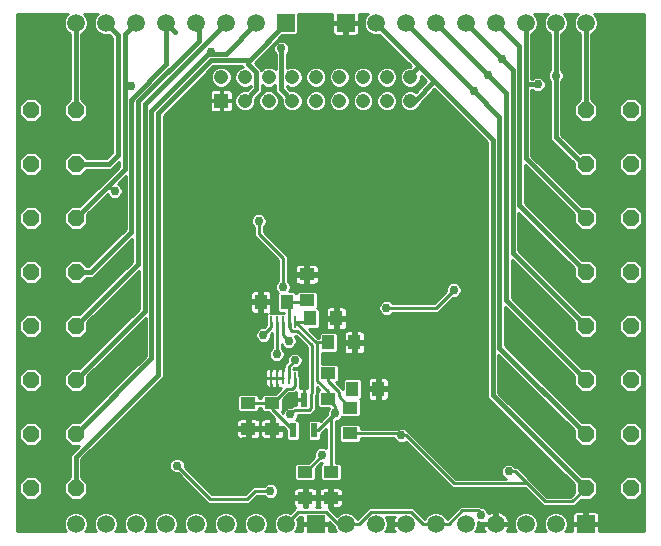
<source format=gbl>
G75*
%MOIN*%
%OFA0B0*%
%FSLAX25Y25*%
%IPPOS*%
%LPD*%
%AMOC8*
5,1,8,0,0,1.08239X$1,22.5*
%
%ADD10R,0.05000X0.04000*%
%ADD11OC8,0.05600*%
%ADD12R,0.05900X0.05900*%
%ADD13C,0.05900*%
%ADD14R,0.04756X0.04756*%
%ADD15C,0.04756*%
%ADD16R,0.00984X0.03937*%
%ADD17R,0.04000X0.05000*%
%ADD18R,0.02400X0.04800*%
%ADD19C,0.02978*%
%ADD20C,0.01000*%
%ADD21C,0.03000*%
%ADD22C,0.01600*%
D10*
X0083000Y0040220D03*
X0091000Y0040220D03*
X0091000Y0048819D03*
X0083000Y0048819D03*
X0109500Y0050181D03*
X0117000Y0047319D03*
X0117000Y0038720D03*
X0110500Y0025819D03*
X0102000Y0025819D03*
X0102000Y0017220D03*
X0110500Y0017220D03*
X0109500Y0058780D03*
X0102500Y0083181D03*
X0102500Y0091780D03*
D11*
X0025500Y0092500D03*
X0010500Y0092500D03*
X0010500Y0110500D03*
X0025500Y0110500D03*
X0025500Y0128500D03*
X0010500Y0128500D03*
X0010500Y0146500D03*
X0025500Y0146500D03*
X0025500Y0074500D03*
X0010500Y0074500D03*
X0010500Y0056500D03*
X0025500Y0056500D03*
X0025500Y0038500D03*
X0010500Y0038500D03*
X0010500Y0020500D03*
X0025500Y0020500D03*
X0195500Y0020500D03*
X0210500Y0020500D03*
X0210500Y0038500D03*
X0195500Y0038500D03*
X0195500Y0056500D03*
X0210500Y0056500D03*
X0210500Y0074500D03*
X0195500Y0074500D03*
X0195500Y0092500D03*
X0210500Y0092500D03*
X0210500Y0110500D03*
X0195500Y0110500D03*
X0195500Y0128500D03*
X0210500Y0128500D03*
X0210500Y0146500D03*
X0195500Y0146500D03*
D12*
X0115500Y0175500D03*
X0095500Y0175500D03*
X0105500Y0008500D03*
X0195500Y0008500D03*
D13*
X0185500Y0008500D03*
X0175500Y0008500D03*
X0165500Y0008500D03*
X0155500Y0008500D03*
X0145500Y0008500D03*
X0135500Y0008500D03*
X0125500Y0008500D03*
X0115500Y0008500D03*
X0095500Y0008500D03*
X0085500Y0008500D03*
X0075500Y0008500D03*
X0065500Y0008500D03*
X0055500Y0008500D03*
X0045500Y0008500D03*
X0035500Y0008500D03*
X0025500Y0008500D03*
X0025500Y0175500D03*
X0035500Y0175500D03*
X0045500Y0175500D03*
X0055500Y0175500D03*
X0065500Y0175500D03*
X0075500Y0175500D03*
X0085500Y0175500D03*
X0125500Y0175500D03*
X0135500Y0175500D03*
X0145500Y0175500D03*
X0155500Y0175500D03*
X0165500Y0175500D03*
X0175500Y0175500D03*
X0185500Y0175500D03*
X0195500Y0175500D03*
D14*
X0074004Y0149563D03*
D15*
X0081878Y0149563D03*
X0089752Y0149563D03*
X0097626Y0149563D03*
X0105500Y0149563D03*
X0105500Y0157437D03*
X0097626Y0157437D03*
X0089752Y0157437D03*
X0081878Y0157437D03*
X0074004Y0157437D03*
X0113374Y0157437D03*
X0121248Y0157437D03*
X0121248Y0149563D03*
X0113374Y0149563D03*
X0129122Y0149563D03*
X0136996Y0149563D03*
X0136996Y0157437D03*
X0129122Y0157437D03*
D16*
X0098437Y0075752D03*
X0096469Y0075752D03*
X0094500Y0075752D03*
X0092531Y0075752D03*
X0090563Y0075752D03*
X0090563Y0057248D03*
X0092531Y0057248D03*
X0094500Y0057248D03*
X0096469Y0057248D03*
X0098437Y0057248D03*
D17*
X0109681Y0069000D03*
X0112280Y0077000D03*
X0103681Y0077000D03*
X0095819Y0082500D03*
X0087220Y0082500D03*
X0118280Y0069000D03*
X0117681Y0053500D03*
X0126280Y0053500D03*
D18*
X0105063Y0039724D03*
X0097976Y0039724D03*
X0101520Y0049961D03*
D19*
X0097000Y0045000D03*
X0112000Y0045500D03*
X0117000Y0047319D03*
X0117681Y0053500D03*
X0134000Y0038000D03*
X0107500Y0031500D03*
X0090319Y0019500D03*
X0059220Y0027941D03*
X0098500Y0063000D03*
X0092500Y0065000D03*
X0096500Y0069500D03*
X0088000Y0071500D03*
X0094500Y0087500D03*
X0086500Y0109500D03*
X0129000Y0080500D03*
X0151500Y0086500D03*
X0169819Y0026000D03*
X0160500Y0011500D03*
X0038500Y0119500D03*
X0044000Y0154500D03*
X0070450Y0165889D03*
X0094000Y0167000D03*
X0158089Y0152911D03*
X0162775Y0158225D03*
X0167461Y0163539D03*
X0179500Y0155000D03*
X0185500Y0157948D03*
D20*
X0006000Y0178500D02*
X0006000Y0006000D01*
X0022272Y0006000D01*
X0022067Y0006206D01*
X0021450Y0007694D01*
X0021450Y0009306D01*
X0022067Y0010794D01*
X0023206Y0011933D01*
X0024694Y0012550D01*
X0026306Y0012550D01*
X0027794Y0011933D01*
X0028933Y0010794D01*
X0029550Y0009306D01*
X0029550Y0007694D01*
X0028933Y0006206D01*
X0028728Y0006000D01*
X0032272Y0006000D01*
X0032067Y0006206D01*
X0031450Y0007694D01*
X0031450Y0009306D01*
X0032067Y0010794D01*
X0033206Y0011933D01*
X0034694Y0012550D01*
X0036306Y0012550D01*
X0037794Y0011933D01*
X0038933Y0010794D01*
X0039550Y0009306D01*
X0039550Y0007694D01*
X0038933Y0006206D01*
X0038728Y0006000D01*
X0042272Y0006000D01*
X0042067Y0006206D01*
X0041450Y0007694D01*
X0041450Y0009306D01*
X0042067Y0010794D01*
X0043206Y0011933D01*
X0044694Y0012550D01*
X0046306Y0012550D01*
X0047794Y0011933D01*
X0048933Y0010794D01*
X0049550Y0009306D01*
X0049550Y0007694D01*
X0048933Y0006206D01*
X0048728Y0006000D01*
X0052272Y0006000D01*
X0052067Y0006206D01*
X0051450Y0007694D01*
X0051450Y0009306D01*
X0052067Y0010794D01*
X0053206Y0011933D01*
X0054694Y0012550D01*
X0056306Y0012550D01*
X0057794Y0011933D01*
X0058933Y0010794D01*
X0059550Y0009306D01*
X0059550Y0007694D01*
X0058933Y0006206D01*
X0058728Y0006000D01*
X0062272Y0006000D01*
X0062067Y0006206D01*
X0061450Y0007694D01*
X0061450Y0009306D01*
X0062067Y0010794D01*
X0063206Y0011933D01*
X0064694Y0012550D01*
X0066306Y0012550D01*
X0067794Y0011933D01*
X0068933Y0010794D01*
X0069550Y0009306D01*
X0069550Y0007694D01*
X0068933Y0006206D01*
X0068728Y0006000D01*
X0072272Y0006000D01*
X0072067Y0006206D01*
X0071450Y0007694D01*
X0071450Y0009306D01*
X0072067Y0010794D01*
X0073206Y0011933D01*
X0074694Y0012550D01*
X0076306Y0012550D01*
X0077794Y0011933D01*
X0078933Y0010794D01*
X0079550Y0009306D01*
X0079550Y0007694D01*
X0078933Y0006206D01*
X0078728Y0006000D01*
X0082272Y0006000D01*
X0082067Y0006206D01*
X0081450Y0007694D01*
X0081450Y0009306D01*
X0082067Y0010794D01*
X0083206Y0011933D01*
X0084694Y0012550D01*
X0086306Y0012550D01*
X0087794Y0011933D01*
X0088933Y0010794D01*
X0089550Y0009306D01*
X0089550Y0007694D01*
X0088933Y0006206D01*
X0088728Y0006000D01*
X0092272Y0006000D01*
X0092067Y0006206D01*
X0091450Y0007694D01*
X0091450Y0009306D01*
X0092067Y0010794D01*
X0093206Y0011933D01*
X0094694Y0012550D01*
X0096306Y0012550D01*
X0097000Y0012262D01*
X0098692Y0013955D01*
X0098579Y0014020D01*
X0098300Y0014299D01*
X0098102Y0014641D01*
X0098000Y0015023D01*
X0098000Y0016720D01*
X0101500Y0016720D01*
X0101500Y0014150D01*
X0102500Y0014150D01*
X0102500Y0016720D01*
X0101500Y0016720D01*
X0101500Y0017720D01*
X0098000Y0017720D01*
X0098000Y0019418D01*
X0098102Y0019799D01*
X0098300Y0020141D01*
X0098579Y0020421D01*
X0098921Y0020618D01*
X0099303Y0020720D01*
X0101500Y0020720D01*
X0101500Y0017721D01*
X0102500Y0017721D01*
X0102500Y0020720D01*
X0104697Y0020720D01*
X0105079Y0020618D01*
X0105421Y0020421D01*
X0105700Y0020141D01*
X0105898Y0019799D01*
X0106000Y0019418D01*
X0106000Y0017720D01*
X0102500Y0017720D01*
X0102500Y0016720D01*
X0106000Y0016720D01*
X0106000Y0015023D01*
X0105898Y0014641D01*
X0105700Y0014299D01*
X0105551Y0014150D01*
X0106949Y0014150D01*
X0106800Y0014299D01*
X0106602Y0014641D01*
X0106500Y0015023D01*
X0106500Y0016720D01*
X0110000Y0016720D01*
X0111000Y0016720D01*
X0111000Y0013720D01*
X0113197Y0013720D01*
X0113579Y0013823D01*
X0113921Y0014020D01*
X0114200Y0014299D01*
X0114398Y0014641D01*
X0114500Y0015023D01*
X0114500Y0016720D01*
X0111000Y0016720D01*
X0111000Y0017720D01*
X0114500Y0017720D01*
X0114500Y0019418D01*
X0114398Y0019799D01*
X0114200Y0020141D01*
X0113921Y0020421D01*
X0113579Y0020618D01*
X0113197Y0020720D01*
X0111000Y0020720D01*
X0111000Y0017721D01*
X0110000Y0017721D01*
X0110000Y0020720D01*
X0107803Y0020720D01*
X0107421Y0020618D01*
X0107079Y0020421D01*
X0106800Y0020141D01*
X0106602Y0019799D01*
X0106500Y0019418D01*
X0106500Y0017720D01*
X0110000Y0017720D01*
X0110000Y0016720D01*
X0110000Y0013720D01*
X0109998Y0013720D01*
X0110506Y0013213D01*
X0110506Y0013213D01*
X0112495Y0011223D01*
X0113206Y0011933D01*
X0114694Y0012550D01*
X0116306Y0012550D01*
X0117794Y0011933D01*
X0118933Y0010794D01*
X0119188Y0010179D01*
X0122222Y0013213D01*
X0123160Y0014150D01*
X0137840Y0014150D01*
X0138778Y0013213D01*
X0141812Y0010179D01*
X0142067Y0010794D01*
X0143206Y0011933D01*
X0144694Y0012550D01*
X0146306Y0012550D01*
X0147794Y0011933D01*
X0148933Y0010794D01*
X0149188Y0010179D01*
X0153610Y0014600D01*
X0160163Y0014600D01*
X0160674Y0014089D01*
X0161015Y0014089D01*
X0161967Y0013695D01*
X0162695Y0012967D01*
X0163015Y0012195D01*
X0163168Y0012306D01*
X0163792Y0012624D01*
X0164458Y0012840D01*
X0165025Y0012930D01*
X0165025Y0008975D01*
X0165975Y0008975D01*
X0165975Y0012930D01*
X0166542Y0012840D01*
X0167208Y0012624D01*
X0167832Y0012306D01*
X0168399Y0011894D01*
X0168894Y0011399D01*
X0169306Y0010832D01*
X0169624Y0010208D01*
X0169840Y0009542D01*
X0169930Y0008975D01*
X0165975Y0008975D01*
X0165975Y0008025D01*
X0169930Y0008025D01*
X0169840Y0007458D01*
X0169624Y0006792D01*
X0169306Y0006168D01*
X0169184Y0006000D01*
X0172272Y0006000D01*
X0172067Y0006206D01*
X0171450Y0007694D01*
X0171450Y0009306D01*
X0172067Y0010794D01*
X0173206Y0011933D01*
X0174694Y0012550D01*
X0176306Y0012550D01*
X0177794Y0011933D01*
X0178933Y0010794D01*
X0179550Y0009306D01*
X0179550Y0007694D01*
X0178933Y0006206D01*
X0178728Y0006000D01*
X0182272Y0006000D01*
X0182067Y0006206D01*
X0181450Y0007694D01*
X0181450Y0009306D01*
X0182067Y0010794D01*
X0183206Y0011933D01*
X0184694Y0012550D01*
X0186306Y0012550D01*
X0187794Y0011933D01*
X0188933Y0010794D01*
X0189550Y0009306D01*
X0189550Y0007694D01*
X0188933Y0006206D01*
X0188728Y0006000D01*
X0191050Y0006000D01*
X0191050Y0008025D01*
X0195025Y0008025D01*
X0195025Y0008975D01*
X0195025Y0012950D01*
X0192353Y0012950D01*
X0191971Y0012848D01*
X0191629Y0012650D01*
X0191350Y0012371D01*
X0191152Y0012029D01*
X0191050Y0011647D01*
X0191050Y0008975D01*
X0195025Y0008975D01*
X0195975Y0008975D01*
X0195975Y0012950D01*
X0198647Y0012950D01*
X0199029Y0012848D01*
X0199371Y0012650D01*
X0199650Y0012371D01*
X0199848Y0012029D01*
X0199950Y0011647D01*
X0199950Y0008975D01*
X0195975Y0008975D01*
X0195975Y0008025D01*
X0199950Y0008025D01*
X0199950Y0006000D01*
X0215000Y0006000D01*
X0215000Y0178500D01*
X0198228Y0178500D01*
X0198933Y0177794D01*
X0199550Y0176306D01*
X0199550Y0174694D01*
X0198933Y0173206D01*
X0197794Y0172067D01*
X0197400Y0171903D01*
X0197400Y0150115D01*
X0199400Y0148115D01*
X0199400Y0144885D01*
X0197115Y0142600D01*
X0193885Y0142600D01*
X0191600Y0144885D01*
X0191600Y0148115D01*
X0193600Y0150115D01*
X0193600Y0171903D01*
X0193206Y0172067D01*
X0192067Y0173206D01*
X0191450Y0174694D01*
X0191450Y0176306D01*
X0192067Y0177794D01*
X0192772Y0178500D01*
X0188228Y0178500D01*
X0188933Y0177794D01*
X0189550Y0176306D01*
X0189550Y0174694D01*
X0188933Y0173206D01*
X0187794Y0172067D01*
X0187400Y0171903D01*
X0187400Y0159710D01*
X0187695Y0159415D01*
X0188089Y0158463D01*
X0188089Y0157433D01*
X0187695Y0156482D01*
X0187400Y0156187D01*
X0187400Y0138287D01*
X0193586Y0132101D01*
X0193885Y0132400D01*
X0197115Y0132400D01*
X0199400Y0130115D01*
X0199400Y0126885D01*
X0197115Y0124600D01*
X0193885Y0124600D01*
X0191600Y0126885D01*
X0191600Y0128713D01*
X0184713Y0135600D01*
X0183600Y0136713D01*
X0183600Y0156187D01*
X0183305Y0156482D01*
X0182911Y0157433D01*
X0182911Y0158463D01*
X0183305Y0159415D01*
X0183600Y0159710D01*
X0183600Y0171903D01*
X0183206Y0172067D01*
X0182067Y0173206D01*
X0181450Y0174694D01*
X0181450Y0176306D01*
X0182067Y0177794D01*
X0182772Y0178500D01*
X0178228Y0178500D01*
X0178933Y0177794D01*
X0179550Y0176306D01*
X0179550Y0174694D01*
X0178933Y0173206D01*
X0177794Y0172067D01*
X0177400Y0171903D01*
X0177400Y0156900D01*
X0177739Y0156900D01*
X0178033Y0157195D01*
X0178985Y0157589D01*
X0180015Y0157589D01*
X0180967Y0157195D01*
X0181695Y0156467D01*
X0182089Y0155515D01*
X0182089Y0154485D01*
X0181695Y0153533D01*
X0180967Y0152805D01*
X0180015Y0152411D01*
X0178985Y0152411D01*
X0178033Y0152805D01*
X0177739Y0153100D01*
X0177400Y0153100D01*
X0177400Y0131287D01*
X0194287Y0114400D01*
X0197115Y0114400D01*
X0199400Y0112115D01*
X0199400Y0108885D01*
X0197115Y0106600D01*
X0193885Y0106600D01*
X0191600Y0108885D01*
X0191600Y0111713D01*
X0175200Y0128113D01*
X0175200Y0115487D01*
X0194287Y0096400D01*
X0197115Y0096400D01*
X0199400Y0094115D01*
X0199400Y0090885D01*
X0197115Y0088600D01*
X0193885Y0088600D01*
X0191600Y0090885D01*
X0191600Y0093713D01*
X0173000Y0112313D01*
X0173000Y0099687D01*
X0194287Y0078400D01*
X0197115Y0078400D01*
X0199400Y0076115D01*
X0199400Y0072885D01*
X0197115Y0070600D01*
X0193885Y0070600D01*
X0191600Y0072885D01*
X0191600Y0075713D01*
X0170800Y0096513D01*
X0170800Y0083887D01*
X0194287Y0060400D01*
X0197115Y0060400D01*
X0199400Y0058115D01*
X0199400Y0054885D01*
X0197115Y0052600D01*
X0193885Y0052600D01*
X0191600Y0054885D01*
X0191600Y0057713D01*
X0168600Y0080713D01*
X0168600Y0068087D01*
X0194287Y0042400D01*
X0197115Y0042400D01*
X0199400Y0040115D01*
X0199400Y0036885D01*
X0197115Y0034600D01*
X0193885Y0034600D01*
X0191600Y0036885D01*
X0191600Y0039713D01*
X0166400Y0064913D01*
X0166400Y0052287D01*
X0194287Y0024400D01*
X0197115Y0024400D01*
X0199400Y0022115D01*
X0199400Y0018885D01*
X0197115Y0016600D01*
X0193885Y0016600D01*
X0193874Y0016611D01*
X0191663Y0014400D01*
X0181337Y0014400D01*
X0180400Y0015337D01*
X0175337Y0020400D01*
X0150837Y0020400D01*
X0149900Y0021337D01*
X0135442Y0035795D01*
X0134515Y0035411D01*
X0133485Y0035411D01*
X0132533Y0035805D01*
X0131805Y0036533D01*
X0131562Y0037120D01*
X0120600Y0037120D01*
X0120600Y0036265D01*
X0119956Y0035620D01*
X0114044Y0035620D01*
X0113400Y0036265D01*
X0113400Y0041176D01*
X0114044Y0041820D01*
X0119956Y0041820D01*
X0120600Y0041176D01*
X0120600Y0040320D01*
X0132837Y0040320D01*
X0133485Y0040589D01*
X0134515Y0040589D01*
X0135467Y0040195D01*
X0136061Y0039600D01*
X0136163Y0039600D01*
X0152163Y0023600D01*
X0168848Y0023600D01*
X0168352Y0023805D01*
X0167624Y0024533D01*
X0167230Y0025485D01*
X0167230Y0026515D01*
X0167624Y0027467D01*
X0168352Y0028195D01*
X0169304Y0028589D01*
X0170334Y0028589D01*
X0171285Y0028195D01*
X0171880Y0027600D01*
X0172663Y0027600D01*
X0173600Y0026663D01*
X0176663Y0023600D01*
X0176663Y0023600D01*
X0182663Y0017600D01*
X0190337Y0017600D01*
X0191611Y0018874D01*
X0191600Y0018885D01*
X0191600Y0021713D01*
X0163713Y0049600D01*
X0162600Y0050713D01*
X0162600Y0135713D01*
X0144929Y0153384D01*
X0140474Y0148928D01*
X0140474Y0148871D01*
X0139945Y0147593D01*
X0138966Y0146615D01*
X0137688Y0146085D01*
X0136304Y0146085D01*
X0135026Y0146615D01*
X0134048Y0147593D01*
X0133518Y0148871D01*
X0133518Y0150255D01*
X0134048Y0151533D01*
X0135026Y0152511D01*
X0136304Y0153041D01*
X0137688Y0153041D01*
X0138766Y0152594D01*
X0142242Y0156071D01*
X0140474Y0157839D01*
X0140474Y0156745D01*
X0139945Y0155467D01*
X0138966Y0154489D01*
X0137688Y0153959D01*
X0136304Y0153959D01*
X0135026Y0154489D01*
X0134048Y0155467D01*
X0133518Y0156745D01*
X0133518Y0158129D01*
X0134048Y0159407D01*
X0135026Y0160385D01*
X0136304Y0160915D01*
X0137003Y0160915D01*
X0137201Y0161112D01*
X0126700Y0171613D01*
X0126306Y0171450D01*
X0124694Y0171450D01*
X0123206Y0172067D01*
X0122067Y0173206D01*
X0121450Y0174694D01*
X0121450Y0176306D01*
X0122067Y0177794D01*
X0122772Y0178500D01*
X0119950Y0178500D01*
X0119950Y0175975D01*
X0115975Y0175975D01*
X0115975Y0175025D01*
X0119950Y0175025D01*
X0119950Y0172353D01*
X0119848Y0171971D01*
X0119650Y0171629D01*
X0119371Y0171350D01*
X0119029Y0171152D01*
X0118647Y0171050D01*
X0115975Y0171050D01*
X0115975Y0175025D01*
X0115025Y0175025D01*
X0115025Y0171050D01*
X0112353Y0171050D01*
X0111971Y0171152D01*
X0111629Y0171350D01*
X0111350Y0171629D01*
X0111152Y0171971D01*
X0111050Y0172353D01*
X0111050Y0175025D01*
X0115025Y0175025D01*
X0115025Y0175975D01*
X0111050Y0175975D01*
X0111050Y0178500D01*
X0099550Y0178500D01*
X0099550Y0172094D01*
X0098906Y0171450D01*
X0094246Y0171450D01*
X0085400Y0162236D01*
X0085400Y0162213D01*
X0085266Y0162079D01*
X0086443Y0160902D01*
X0087371Y0159974D01*
X0087782Y0160385D01*
X0089060Y0160915D01*
X0090444Y0160915D01*
X0091722Y0160385D01*
X0092100Y0160008D01*
X0092100Y0165239D01*
X0091805Y0165533D01*
X0091411Y0166485D01*
X0091411Y0167515D01*
X0091805Y0168467D01*
X0092533Y0169195D01*
X0093485Y0169589D01*
X0094515Y0169589D01*
X0095467Y0169195D01*
X0096195Y0168467D01*
X0096589Y0167515D01*
X0096589Y0166485D01*
X0096195Y0165533D01*
X0095900Y0165239D01*
X0095900Y0160487D01*
X0096934Y0160915D01*
X0098318Y0160915D01*
X0099596Y0160385D01*
X0100574Y0159407D01*
X0101104Y0158129D01*
X0101104Y0156745D01*
X0100574Y0155467D01*
X0099596Y0154489D01*
X0098318Y0153959D01*
X0096934Y0153959D01*
X0095748Y0154450D01*
X0095748Y0154128D01*
X0096864Y0153012D01*
X0096934Y0153041D01*
X0098318Y0153041D01*
X0099596Y0152511D01*
X0100574Y0151533D01*
X0101104Y0150255D01*
X0101104Y0148871D01*
X0100574Y0147593D01*
X0099596Y0146615D01*
X0098318Y0146085D01*
X0096934Y0146085D01*
X0095656Y0146615D01*
X0094678Y0147593D01*
X0094148Y0148871D01*
X0094148Y0150255D01*
X0094177Y0150325D01*
X0093061Y0151441D01*
X0091948Y0152554D01*
X0091948Y0154715D01*
X0091722Y0154489D01*
X0090444Y0153959D01*
X0089060Y0153959D01*
X0087782Y0154489D01*
X0087556Y0154715D01*
X0087556Y0152554D01*
X0086443Y0151441D01*
X0085327Y0150325D01*
X0085356Y0150255D01*
X0085356Y0148871D01*
X0084826Y0147593D01*
X0083848Y0146615D01*
X0082570Y0146085D01*
X0081186Y0146085D01*
X0079908Y0146615D01*
X0078929Y0147593D01*
X0078400Y0148871D01*
X0078400Y0150255D01*
X0078929Y0151533D01*
X0079908Y0152511D01*
X0081186Y0153041D01*
X0082570Y0153041D01*
X0082640Y0153012D01*
X0083756Y0154128D01*
X0083756Y0154450D01*
X0082570Y0153959D01*
X0081186Y0153959D01*
X0079908Y0154489D01*
X0078929Y0155467D01*
X0078400Y0156745D01*
X0078400Y0158129D01*
X0078929Y0159407D01*
X0079908Y0160385D01*
X0081094Y0160877D01*
X0081003Y0160968D01*
X0081003Y0161100D01*
X0071287Y0161100D01*
X0054800Y0144613D01*
X0054800Y0057404D01*
X0027400Y0030004D01*
X0027400Y0024115D01*
X0029400Y0022115D01*
X0029400Y0018885D01*
X0027115Y0016600D01*
X0023885Y0016600D01*
X0021600Y0018885D01*
X0021600Y0022115D01*
X0023600Y0024115D01*
X0023600Y0031578D01*
X0026622Y0034600D01*
X0023885Y0034600D01*
X0021600Y0036885D01*
X0021600Y0040115D01*
X0023885Y0042400D01*
X0026713Y0042400D01*
X0048800Y0064487D01*
X0048800Y0077113D01*
X0029400Y0057713D01*
X0029400Y0054885D01*
X0027115Y0052600D01*
X0023885Y0052600D01*
X0021600Y0054885D01*
X0021600Y0058115D01*
X0023885Y0060400D01*
X0026713Y0060400D01*
X0046600Y0080287D01*
X0046600Y0092913D01*
X0029400Y0075713D01*
X0029400Y0072885D01*
X0027115Y0070600D01*
X0023885Y0070600D01*
X0021600Y0072885D01*
X0021600Y0076115D01*
X0023885Y0078400D01*
X0026713Y0078400D01*
X0044289Y0095976D01*
X0044289Y0103602D01*
X0031287Y0090600D01*
X0029115Y0090600D01*
X0027115Y0088600D01*
X0023885Y0088600D01*
X0021600Y0090885D01*
X0021600Y0094115D01*
X0023885Y0096400D01*
X0027115Y0096400D01*
X0029115Y0094400D01*
X0029713Y0094400D01*
X0042089Y0106776D01*
X0042089Y0124402D01*
X0039553Y0121866D01*
X0039967Y0121695D01*
X0040695Y0120967D01*
X0041089Y0120015D01*
X0041089Y0118985D01*
X0040695Y0118033D01*
X0039967Y0117305D01*
X0039015Y0116911D01*
X0037985Y0116911D01*
X0037033Y0117305D01*
X0036305Y0118033D01*
X0036134Y0118447D01*
X0029400Y0111713D01*
X0029400Y0108885D01*
X0027115Y0106600D01*
X0023885Y0106600D01*
X0021600Y0108885D01*
X0021600Y0112115D01*
X0023885Y0114400D01*
X0026713Y0114400D01*
X0033600Y0121287D01*
X0039889Y0127576D01*
X0039889Y0129202D01*
X0037287Y0126600D01*
X0029115Y0126600D01*
X0027115Y0124600D01*
X0023885Y0124600D01*
X0021600Y0126885D01*
X0021600Y0130115D01*
X0023885Y0132400D01*
X0027115Y0132400D01*
X0029115Y0130400D01*
X0035713Y0130400D01*
X0037689Y0132376D01*
X0037689Y0170624D01*
X0036700Y0171613D01*
X0036306Y0171450D01*
X0034694Y0171450D01*
X0033206Y0172067D01*
X0032067Y0173206D01*
X0031450Y0174694D01*
X0031450Y0176306D01*
X0032067Y0177794D01*
X0032772Y0178500D01*
X0028228Y0178500D01*
X0028933Y0177794D01*
X0029550Y0176306D01*
X0029550Y0174694D01*
X0028933Y0173206D01*
X0027794Y0172067D01*
X0027400Y0171903D01*
X0027400Y0150115D01*
X0029400Y0148115D01*
X0029400Y0144885D01*
X0027115Y0142600D01*
X0023885Y0142600D01*
X0021600Y0144885D01*
X0021600Y0148115D01*
X0023600Y0150115D01*
X0023600Y0171903D01*
X0023206Y0172067D01*
X0022067Y0173206D01*
X0021450Y0174694D01*
X0021450Y0176306D01*
X0022067Y0177794D01*
X0022772Y0178500D01*
X0006000Y0178500D01*
X0006000Y0178237D02*
X0022509Y0178237D01*
X0021836Y0177238D02*
X0006000Y0177238D01*
X0006000Y0176239D02*
X0021450Y0176239D01*
X0021450Y0175241D02*
X0006000Y0175241D01*
X0006000Y0174242D02*
X0021637Y0174242D01*
X0022051Y0173244D02*
X0006000Y0173244D01*
X0006000Y0172245D02*
X0023027Y0172245D01*
X0023600Y0171247D02*
X0006000Y0171247D01*
X0006000Y0170248D02*
X0023600Y0170248D01*
X0023600Y0169250D02*
X0006000Y0169250D01*
X0006000Y0168251D02*
X0023600Y0168251D01*
X0023600Y0167253D02*
X0006000Y0167253D01*
X0006000Y0166254D02*
X0023600Y0166254D01*
X0023600Y0165256D02*
X0006000Y0165256D01*
X0006000Y0164257D02*
X0023600Y0164257D01*
X0023600Y0163259D02*
X0006000Y0163259D01*
X0006000Y0162260D02*
X0023600Y0162260D01*
X0023600Y0161262D02*
X0006000Y0161262D01*
X0006000Y0160263D02*
X0023600Y0160263D01*
X0023600Y0159265D02*
X0006000Y0159265D01*
X0006000Y0158266D02*
X0023600Y0158266D01*
X0023600Y0157268D02*
X0006000Y0157268D01*
X0006000Y0156269D02*
X0023600Y0156269D01*
X0023600Y0155271D02*
X0006000Y0155271D01*
X0006000Y0154272D02*
X0023600Y0154272D01*
X0023600Y0153274D02*
X0006000Y0153274D01*
X0006000Y0152275D02*
X0023600Y0152275D01*
X0023600Y0151277D02*
X0006000Y0151277D01*
X0006000Y0150278D02*
X0008763Y0150278D01*
X0008885Y0150400D02*
X0006600Y0148115D01*
X0006600Y0144885D01*
X0008885Y0142600D01*
X0012115Y0142600D01*
X0014400Y0144885D01*
X0014400Y0148115D01*
X0012115Y0150400D01*
X0008885Y0150400D01*
X0007764Y0149280D02*
X0006000Y0149280D01*
X0006000Y0148281D02*
X0006766Y0148281D01*
X0006600Y0147283D02*
X0006000Y0147283D01*
X0006000Y0146284D02*
X0006600Y0146284D01*
X0006600Y0145286D02*
X0006000Y0145286D01*
X0006000Y0144287D02*
X0007197Y0144287D01*
X0008196Y0143289D02*
X0006000Y0143289D01*
X0006000Y0142290D02*
X0037689Y0142290D01*
X0037689Y0141292D02*
X0006000Y0141292D01*
X0006000Y0140293D02*
X0037689Y0140293D01*
X0037689Y0139295D02*
X0006000Y0139295D01*
X0006000Y0138296D02*
X0037689Y0138296D01*
X0037689Y0137298D02*
X0006000Y0137298D01*
X0006000Y0136299D02*
X0037689Y0136299D01*
X0037689Y0135301D02*
X0006000Y0135301D01*
X0006000Y0134302D02*
X0037689Y0134302D01*
X0037689Y0133303D02*
X0006000Y0133303D01*
X0006000Y0132305D02*
X0008790Y0132305D01*
X0008885Y0132400D02*
X0006600Y0130115D01*
X0006600Y0126885D01*
X0008885Y0124600D01*
X0012115Y0124600D01*
X0014400Y0126885D01*
X0014400Y0130115D01*
X0012115Y0132400D01*
X0008885Y0132400D01*
X0007791Y0131306D02*
X0006000Y0131306D01*
X0006000Y0130308D02*
X0006793Y0130308D01*
X0006600Y0129309D02*
X0006000Y0129309D01*
X0006000Y0128311D02*
X0006600Y0128311D01*
X0006600Y0127312D02*
X0006000Y0127312D01*
X0006000Y0126314D02*
X0007171Y0126314D01*
X0008169Y0125315D02*
X0006000Y0125315D01*
X0006000Y0124317D02*
X0036630Y0124317D01*
X0037628Y0125315D02*
X0027831Y0125315D01*
X0028829Y0126314D02*
X0038627Y0126314D01*
X0037999Y0127312D02*
X0039625Y0127312D01*
X0039889Y0128311D02*
X0038998Y0128311D01*
X0036619Y0131306D02*
X0028209Y0131306D01*
X0027210Y0132305D02*
X0037618Y0132305D01*
X0042004Y0124317D02*
X0042089Y0124317D01*
X0042089Y0123318D02*
X0041005Y0123318D01*
X0040007Y0122320D02*
X0042089Y0122320D01*
X0042089Y0121321D02*
X0040340Y0121321D01*
X0040961Y0120323D02*
X0042089Y0120323D01*
X0042089Y0119324D02*
X0041089Y0119324D01*
X0040816Y0118326D02*
X0042089Y0118326D01*
X0042089Y0117327D02*
X0039989Y0117327D01*
X0042089Y0116329D02*
X0034016Y0116329D01*
X0035014Y0117327D02*
X0037011Y0117327D01*
X0036184Y0118326D02*
X0036013Y0118326D01*
X0035500Y0120500D02*
X0037500Y0120500D01*
X0038500Y0119500D01*
X0035631Y0123318D02*
X0006000Y0123318D01*
X0006000Y0122320D02*
X0034633Y0122320D01*
X0033634Y0121321D02*
X0006000Y0121321D01*
X0006000Y0120323D02*
X0032636Y0120323D01*
X0031637Y0119324D02*
X0006000Y0119324D01*
X0006000Y0118326D02*
X0030639Y0118326D01*
X0029640Y0117327D02*
X0006000Y0117327D01*
X0006000Y0116329D02*
X0028642Y0116329D01*
X0027643Y0115330D02*
X0006000Y0115330D01*
X0006000Y0114332D02*
X0008816Y0114332D01*
X0008885Y0114400D02*
X0006600Y0112115D01*
X0006600Y0108885D01*
X0008885Y0106600D01*
X0012115Y0106600D01*
X0014400Y0108885D01*
X0014400Y0112115D01*
X0012115Y0114400D01*
X0008885Y0114400D01*
X0007818Y0113333D02*
X0006000Y0113333D01*
X0006000Y0112335D02*
X0006819Y0112335D01*
X0006600Y0111336D02*
X0006000Y0111336D01*
X0006000Y0110338D02*
X0006600Y0110338D01*
X0006600Y0109339D02*
X0006000Y0109339D01*
X0006000Y0108341D02*
X0007144Y0108341D01*
X0008142Y0107342D02*
X0006000Y0107342D01*
X0006000Y0106344D02*
X0041657Y0106344D01*
X0042089Y0107342D02*
X0027858Y0107342D01*
X0028856Y0108341D02*
X0042089Y0108341D01*
X0042089Y0109339D02*
X0029400Y0109339D01*
X0029400Y0110338D02*
X0042089Y0110338D01*
X0042089Y0111336D02*
X0029400Y0111336D01*
X0030022Y0112335D02*
X0042089Y0112335D01*
X0042089Y0113333D02*
X0031020Y0113333D01*
X0032019Y0114332D02*
X0042089Y0114332D01*
X0042089Y0115330D02*
X0033017Y0115330D01*
X0023816Y0114332D02*
X0012184Y0114332D01*
X0013182Y0113333D02*
X0022818Y0113333D01*
X0021819Y0112335D02*
X0014181Y0112335D01*
X0014400Y0111336D02*
X0021600Y0111336D01*
X0021600Y0110338D02*
X0014400Y0110338D01*
X0014400Y0109339D02*
X0021600Y0109339D01*
X0022144Y0108341D02*
X0013856Y0108341D01*
X0012858Y0107342D02*
X0023142Y0107342D01*
X0033669Y0098356D02*
X0006000Y0098356D01*
X0006000Y0099354D02*
X0034667Y0099354D01*
X0035666Y0100353D02*
X0006000Y0100353D01*
X0006000Y0101351D02*
X0036664Y0101351D01*
X0037663Y0102350D02*
X0006000Y0102350D01*
X0006000Y0103348D02*
X0038661Y0103348D01*
X0039660Y0104347D02*
X0006000Y0104347D01*
X0006000Y0105345D02*
X0040658Y0105345D01*
X0044035Y0103348D02*
X0044289Y0103348D01*
X0044289Y0102350D02*
X0043037Y0102350D01*
X0042038Y0101351D02*
X0044289Y0101351D01*
X0044289Y0100353D02*
X0041040Y0100353D01*
X0040041Y0099354D02*
X0044289Y0099354D01*
X0044289Y0098356D02*
X0039043Y0098356D01*
X0038044Y0097357D02*
X0044289Y0097357D01*
X0044289Y0096359D02*
X0037046Y0096359D01*
X0036047Y0095360D02*
X0043673Y0095360D01*
X0042675Y0094362D02*
X0035049Y0094362D01*
X0034050Y0093363D02*
X0041676Y0093363D01*
X0040678Y0092365D02*
X0033052Y0092365D01*
X0032053Y0091366D02*
X0039679Y0091366D01*
X0038681Y0090368D02*
X0028883Y0090368D01*
X0027884Y0089369D02*
X0037682Y0089369D01*
X0036684Y0088370D02*
X0006000Y0088370D01*
X0006000Y0087372D02*
X0035685Y0087372D01*
X0034686Y0086373D02*
X0006000Y0086373D01*
X0006000Y0085375D02*
X0033688Y0085375D01*
X0032689Y0084376D02*
X0006000Y0084376D01*
X0006000Y0083378D02*
X0031691Y0083378D01*
X0030692Y0082379D02*
X0006000Y0082379D01*
X0006000Y0081381D02*
X0029694Y0081381D01*
X0028695Y0080382D02*
X0006000Y0080382D01*
X0006000Y0079384D02*
X0027697Y0079384D01*
X0030075Y0076388D02*
X0042701Y0076388D01*
X0041703Y0075390D02*
X0029400Y0075390D01*
X0029400Y0074391D02*
X0040704Y0074391D01*
X0039706Y0073393D02*
X0029400Y0073393D01*
X0028910Y0072394D02*
X0038707Y0072394D01*
X0037709Y0071396D02*
X0027911Y0071396D01*
X0023089Y0071396D02*
X0012911Y0071396D01*
X0012115Y0070600D02*
X0014400Y0072885D01*
X0014400Y0076115D01*
X0012115Y0078400D01*
X0008885Y0078400D01*
X0006600Y0076115D01*
X0006600Y0072885D01*
X0008885Y0070600D01*
X0012115Y0070600D01*
X0013910Y0072394D02*
X0022090Y0072394D01*
X0021600Y0073393D02*
X0014400Y0073393D01*
X0014400Y0074391D02*
X0021600Y0074391D01*
X0021600Y0075390D02*
X0014400Y0075390D01*
X0014127Y0076388D02*
X0021873Y0076388D01*
X0022871Y0077387D02*
X0013129Y0077387D01*
X0012130Y0078385D02*
X0023870Y0078385D01*
X0031074Y0077387D02*
X0043700Y0077387D01*
X0044698Y0078385D02*
X0032072Y0078385D01*
X0033071Y0079384D02*
X0045697Y0079384D01*
X0046600Y0080382D02*
X0034069Y0080382D01*
X0035068Y0081381D02*
X0046600Y0081381D01*
X0046600Y0082379D02*
X0036066Y0082379D01*
X0037065Y0083378D02*
X0046600Y0083378D01*
X0046600Y0084376D02*
X0038063Y0084376D01*
X0039062Y0085375D02*
X0046600Y0085375D01*
X0046600Y0086373D02*
X0040060Y0086373D01*
X0041059Y0087372D02*
X0046600Y0087372D01*
X0046600Y0088370D02*
X0042057Y0088370D01*
X0043056Y0089369D02*
X0046600Y0089369D01*
X0046600Y0090368D02*
X0044054Y0090368D01*
X0045053Y0091366D02*
X0046600Y0091366D01*
X0046600Y0092365D02*
X0046052Y0092365D01*
X0054800Y0092365D02*
X0092900Y0092365D01*
X0092900Y0093363D02*
X0054800Y0093363D01*
X0054800Y0094362D02*
X0092900Y0094362D01*
X0092900Y0095360D02*
X0054800Y0095360D01*
X0054800Y0096359D02*
X0092879Y0096359D01*
X0092900Y0096337D02*
X0092900Y0089561D01*
X0092305Y0088967D01*
X0091911Y0088015D01*
X0091911Y0086985D01*
X0092305Y0086033D01*
X0092801Y0085538D01*
X0092719Y0085456D01*
X0092719Y0079544D01*
X0093363Y0078900D01*
X0094869Y0078900D01*
X0094869Y0078820D01*
X0093552Y0078820D01*
X0093516Y0078784D01*
X0093479Y0078820D01*
X0091584Y0078820D01*
X0091547Y0078784D01*
X0091511Y0078820D01*
X0090162Y0078820D01*
X0090421Y0079079D01*
X0090618Y0079421D01*
X0090720Y0079803D01*
X0090720Y0082000D01*
X0087721Y0082000D01*
X0087721Y0083000D01*
X0090720Y0083000D01*
X0090720Y0085197D01*
X0090618Y0085579D01*
X0090421Y0085921D01*
X0090141Y0086200D01*
X0089799Y0086398D01*
X0089418Y0086500D01*
X0087720Y0086500D01*
X0087720Y0083000D01*
X0086720Y0083000D01*
X0086720Y0082000D01*
X0083720Y0082000D01*
X0083720Y0079803D01*
X0083823Y0079421D01*
X0084020Y0079079D01*
X0084299Y0078800D01*
X0084641Y0078602D01*
X0085023Y0078500D01*
X0086720Y0078500D01*
X0086720Y0082000D01*
X0087720Y0082000D01*
X0087720Y0078500D01*
X0089295Y0078500D01*
X0088971Y0078176D01*
X0088971Y0076423D01*
X0088963Y0076415D01*
X0088963Y0074726D01*
X0088326Y0074089D01*
X0087485Y0074089D01*
X0086533Y0073695D01*
X0085805Y0072967D01*
X0085411Y0072015D01*
X0085411Y0070985D01*
X0085805Y0070033D01*
X0086533Y0069305D01*
X0087485Y0068911D01*
X0088515Y0068911D01*
X0089467Y0069305D01*
X0090195Y0070033D01*
X0090589Y0070985D01*
X0090589Y0071826D01*
X0090931Y0072169D01*
X0090931Y0067093D01*
X0090305Y0066467D01*
X0089911Y0065515D01*
X0089911Y0064485D01*
X0090305Y0063533D01*
X0091033Y0062805D01*
X0091985Y0062411D01*
X0093015Y0062411D01*
X0093967Y0062805D01*
X0094695Y0063533D01*
X0095089Y0064485D01*
X0095089Y0065515D01*
X0094695Y0066467D01*
X0094132Y0067030D01*
X0094142Y0067669D01*
X0094131Y0067680D01*
X0094131Y0068453D01*
X0094305Y0068033D01*
X0095033Y0067305D01*
X0095985Y0066911D01*
X0097015Y0066911D01*
X0097967Y0067305D01*
X0098695Y0068033D01*
X0099089Y0068985D01*
X0099089Y0070015D01*
X0098695Y0070967D01*
X0098578Y0071083D01*
X0098750Y0071083D01*
X0102684Y0067413D01*
X0102684Y0053861D01*
X0101620Y0053861D01*
X0101620Y0050061D01*
X0101420Y0050061D01*
X0101420Y0053861D01*
X0100122Y0053861D01*
X0100100Y0053855D01*
X0100100Y0057848D01*
X0100029Y0057919D01*
X0100029Y0059672D01*
X0099385Y0060317D01*
X0098079Y0060317D01*
X0098174Y0060411D01*
X0099015Y0060411D01*
X0099967Y0060805D01*
X0100695Y0061533D01*
X0101089Y0062485D01*
X0101089Y0063515D01*
X0100695Y0064467D01*
X0099967Y0065195D01*
X0099015Y0065589D01*
X0097985Y0065589D01*
X0097033Y0065195D01*
X0096305Y0064467D01*
X0095911Y0063515D01*
X0095911Y0062674D01*
X0094869Y0061631D01*
X0094869Y0060717D01*
X0094500Y0060717D01*
X0093810Y0060717D01*
X0093516Y0060638D01*
X0093221Y0060717D01*
X0092532Y0060717D01*
X0092532Y0059502D01*
X0092531Y0059502D02*
X0092531Y0059502D01*
X0092532Y0059502D01*
X0092531Y0059502D02*
X0092531Y0060717D01*
X0091842Y0060717D01*
X0091547Y0060638D01*
X0091253Y0060717D01*
X0090563Y0060717D01*
X0089873Y0060717D01*
X0089492Y0060614D01*
X0089150Y0060417D01*
X0088871Y0060138D01*
X0088673Y0059796D01*
X0088571Y0059414D01*
X0088571Y0057248D01*
X0088571Y0055082D01*
X0088673Y0054701D01*
X0088871Y0054359D01*
X0089150Y0054079D01*
X0089492Y0053882D01*
X0089873Y0053780D01*
X0090563Y0053780D01*
X0091253Y0053780D01*
X0091547Y0053858D01*
X0091842Y0053780D01*
X0092531Y0053780D01*
X0092531Y0054994D01*
X0092532Y0054994D01*
X0092531Y0054994D02*
X0092531Y0054994D01*
X0092532Y0054994D02*
X0092532Y0053780D01*
X0093221Y0053780D01*
X0093516Y0053858D01*
X0093810Y0053780D01*
X0093840Y0053780D01*
X0091979Y0051919D01*
X0088044Y0051919D01*
X0087400Y0051275D01*
X0087400Y0050419D01*
X0086600Y0050419D01*
X0086600Y0051275D01*
X0085956Y0051919D01*
X0080044Y0051919D01*
X0079400Y0051275D01*
X0079400Y0046363D01*
X0080044Y0045719D01*
X0085956Y0045719D01*
X0086600Y0046363D01*
X0086600Y0047219D01*
X0087400Y0047219D01*
X0087400Y0046363D01*
X0088044Y0045719D01*
X0089719Y0045719D01*
X0091718Y0043720D01*
X0091500Y0043720D01*
X0091500Y0040721D01*
X0090500Y0040721D01*
X0090500Y0043720D01*
X0088303Y0043720D01*
X0087921Y0043618D01*
X0087579Y0043421D01*
X0087300Y0043141D01*
X0087102Y0042799D01*
X0087000Y0042418D01*
X0087000Y0040720D01*
X0090500Y0040720D01*
X0090500Y0039720D01*
X0091500Y0039720D01*
X0091500Y0036720D01*
X0093697Y0036720D01*
X0094079Y0036823D01*
X0094421Y0037020D01*
X0094700Y0037299D01*
X0094898Y0037641D01*
X0095000Y0038023D01*
X0095000Y0039720D01*
X0091500Y0039720D01*
X0091500Y0040720D01*
X0094718Y0040720D01*
X0095676Y0039762D01*
X0095676Y0036869D01*
X0096321Y0036224D01*
X0099632Y0036224D01*
X0100276Y0036869D01*
X0100276Y0042580D01*
X0099632Y0043224D01*
X0098886Y0043224D01*
X0099195Y0043533D01*
X0099589Y0044485D01*
X0099589Y0044861D01*
X0103838Y0044861D01*
X0104775Y0045798D01*
X0105420Y0046442D01*
X0105420Y0051157D01*
X0105900Y0051637D01*
X0105900Y0052963D01*
X0105884Y0052979D01*
X0105884Y0054077D01*
X0106680Y0053281D01*
X0106544Y0053281D01*
X0105900Y0052637D01*
X0105900Y0047725D01*
X0106544Y0047081D01*
X0109920Y0047081D01*
X0109805Y0046967D01*
X0109411Y0046015D01*
X0109411Y0045174D01*
X0107090Y0042853D01*
X0106719Y0043224D01*
X0103407Y0043224D01*
X0102763Y0042580D01*
X0102763Y0036869D01*
X0103407Y0036224D01*
X0106719Y0036224D01*
X0107363Y0036869D01*
X0107363Y0038600D01*
X0108900Y0040137D01*
X0108900Y0033722D01*
X0108015Y0034089D01*
X0106985Y0034089D01*
X0106033Y0033695D01*
X0105305Y0032967D01*
X0104911Y0032015D01*
X0104911Y0030993D01*
X0102837Y0028919D01*
X0099044Y0028919D01*
X0098400Y0028275D01*
X0098400Y0023363D01*
X0099044Y0022719D01*
X0104956Y0022719D01*
X0105600Y0023363D01*
X0105600Y0027156D01*
X0107355Y0028911D01*
X0107537Y0028911D01*
X0106900Y0028275D01*
X0106900Y0023363D01*
X0107544Y0022719D01*
X0113456Y0022719D01*
X0114100Y0023363D01*
X0114100Y0028275D01*
X0113456Y0028919D01*
X0112100Y0028919D01*
X0112100Y0042911D01*
X0112515Y0042911D01*
X0113467Y0043305D01*
X0114195Y0044033D01*
X0114272Y0044219D01*
X0119956Y0044219D01*
X0120600Y0044863D01*
X0120600Y0049775D01*
X0120306Y0050069D01*
X0120781Y0050544D01*
X0120781Y0056456D01*
X0120137Y0057100D01*
X0115225Y0057100D01*
X0114581Y0056456D01*
X0114581Y0053418D01*
X0112320Y0055680D01*
X0112456Y0055680D01*
X0113100Y0056324D01*
X0113100Y0061235D01*
X0112456Y0061880D01*
X0107500Y0061880D01*
X0107500Y0065400D01*
X0112137Y0065400D01*
X0112781Y0066044D01*
X0112781Y0071956D01*
X0112137Y0072600D01*
X0107225Y0072600D01*
X0106581Y0071956D01*
X0106581Y0070600D01*
X0106304Y0070600D01*
X0103303Y0073400D01*
X0106137Y0073400D01*
X0106781Y0074044D01*
X0106781Y0079956D01*
X0106137Y0080600D01*
X0105975Y0080600D01*
X0106100Y0080725D01*
X0106100Y0085637D01*
X0105456Y0086281D01*
X0099544Y0086281D01*
X0098900Y0085637D01*
X0098900Y0085475D01*
X0098275Y0086100D01*
X0096722Y0086100D01*
X0097089Y0086985D01*
X0097089Y0088015D01*
X0096695Y0088967D01*
X0096100Y0089561D01*
X0096100Y0097663D01*
X0088100Y0105663D01*
X0088100Y0107439D01*
X0088695Y0108033D01*
X0089089Y0108985D01*
X0089089Y0110015D01*
X0088695Y0110967D01*
X0087967Y0111695D01*
X0087015Y0112089D01*
X0085985Y0112089D01*
X0085033Y0111695D01*
X0084305Y0110967D01*
X0083911Y0110015D01*
X0083911Y0108985D01*
X0084305Y0108033D01*
X0084900Y0107439D01*
X0084900Y0104337D01*
X0085837Y0103400D01*
X0092900Y0096337D01*
X0091880Y0097357D02*
X0054800Y0097357D01*
X0054800Y0098356D02*
X0090882Y0098356D01*
X0089883Y0099354D02*
X0054800Y0099354D01*
X0054800Y0100353D02*
X0088885Y0100353D01*
X0087886Y0101351D02*
X0054800Y0101351D01*
X0054800Y0102350D02*
X0086888Y0102350D01*
X0085889Y0103348D02*
X0054800Y0103348D01*
X0054800Y0104347D02*
X0084900Y0104347D01*
X0084900Y0105345D02*
X0054800Y0105345D01*
X0054800Y0106344D02*
X0084900Y0106344D01*
X0084900Y0107342D02*
X0054800Y0107342D01*
X0054800Y0108341D02*
X0084178Y0108341D01*
X0083911Y0109339D02*
X0054800Y0109339D01*
X0054800Y0110338D02*
X0084045Y0110338D01*
X0084675Y0111336D02*
X0054800Y0111336D01*
X0054800Y0112335D02*
X0162600Y0112335D01*
X0162600Y0113333D02*
X0054800Y0113333D01*
X0054800Y0114332D02*
X0162600Y0114332D01*
X0162600Y0115330D02*
X0054800Y0115330D01*
X0054800Y0116329D02*
X0162600Y0116329D01*
X0162600Y0117327D02*
X0054800Y0117327D01*
X0054800Y0118326D02*
X0162600Y0118326D01*
X0162600Y0119324D02*
X0054800Y0119324D01*
X0054800Y0120323D02*
X0162600Y0120323D01*
X0162600Y0121321D02*
X0054800Y0121321D01*
X0054800Y0122320D02*
X0162600Y0122320D01*
X0162600Y0123318D02*
X0054800Y0123318D01*
X0054800Y0124317D02*
X0162600Y0124317D01*
X0162600Y0125315D02*
X0054800Y0125315D01*
X0054800Y0126314D02*
X0162600Y0126314D01*
X0162600Y0127312D02*
X0054800Y0127312D01*
X0054800Y0128311D02*
X0162600Y0128311D01*
X0162600Y0129309D02*
X0054800Y0129309D01*
X0054800Y0130308D02*
X0162600Y0130308D01*
X0162600Y0131306D02*
X0054800Y0131306D01*
X0054800Y0132305D02*
X0162600Y0132305D01*
X0162600Y0133303D02*
X0054800Y0133303D01*
X0054800Y0134302D02*
X0162600Y0134302D01*
X0162600Y0135301D02*
X0054800Y0135301D01*
X0054800Y0136299D02*
X0162014Y0136299D01*
X0161015Y0137298D02*
X0054800Y0137298D01*
X0054800Y0138296D02*
X0160017Y0138296D01*
X0159018Y0139295D02*
X0054800Y0139295D01*
X0054800Y0140293D02*
X0158020Y0140293D01*
X0157021Y0141292D02*
X0054800Y0141292D01*
X0054800Y0142290D02*
X0156023Y0142290D01*
X0155024Y0143289D02*
X0054800Y0143289D01*
X0054800Y0144287D02*
X0154026Y0144287D01*
X0153027Y0145286D02*
X0055473Y0145286D01*
X0056471Y0146284D02*
X0070414Y0146284D01*
X0070426Y0146264D02*
X0070705Y0145985D01*
X0071047Y0145787D01*
X0071428Y0145685D01*
X0073815Y0145685D01*
X0073815Y0149374D01*
X0074193Y0149374D01*
X0074193Y0149752D01*
X0077882Y0149752D01*
X0077882Y0152138D01*
X0077780Y0152520D01*
X0077582Y0152862D01*
X0077303Y0153141D01*
X0076961Y0153339D01*
X0076579Y0153441D01*
X0074193Y0153441D01*
X0074193Y0149752D01*
X0073815Y0149752D01*
X0073815Y0153441D01*
X0071428Y0153441D01*
X0071047Y0153339D01*
X0070705Y0153141D01*
X0070426Y0152862D01*
X0070228Y0152520D01*
X0070126Y0152138D01*
X0070126Y0149752D01*
X0073815Y0149752D01*
X0073815Y0149374D01*
X0070126Y0149374D01*
X0070126Y0146988D01*
X0070228Y0146606D01*
X0070426Y0146264D01*
X0070126Y0147283D02*
X0057470Y0147283D01*
X0058468Y0148281D02*
X0070126Y0148281D01*
X0070126Y0149280D02*
X0059467Y0149280D01*
X0060465Y0150278D02*
X0070126Y0150278D01*
X0070126Y0151277D02*
X0061464Y0151277D01*
X0062462Y0152275D02*
X0070163Y0152275D01*
X0070934Y0153274D02*
X0063461Y0153274D01*
X0064459Y0154272D02*
X0072556Y0154272D01*
X0072034Y0154489D02*
X0073312Y0153959D01*
X0074696Y0153959D01*
X0075974Y0154489D01*
X0076952Y0155467D01*
X0077482Y0156745D01*
X0077482Y0158129D01*
X0076952Y0159407D01*
X0075974Y0160385D01*
X0074696Y0160915D01*
X0073312Y0160915D01*
X0072034Y0160385D01*
X0071055Y0159407D01*
X0070526Y0158129D01*
X0070526Y0156745D01*
X0071055Y0155467D01*
X0072034Y0154489D01*
X0071252Y0155271D02*
X0065458Y0155271D01*
X0066456Y0156269D02*
X0070723Y0156269D01*
X0070526Y0157268D02*
X0067455Y0157268D01*
X0068453Y0158266D02*
X0070583Y0158266D01*
X0070997Y0159265D02*
X0069452Y0159265D01*
X0070450Y0160263D02*
X0071912Y0160263D01*
X0076096Y0160263D02*
X0079786Y0160263D01*
X0078871Y0159265D02*
X0077011Y0159265D01*
X0077425Y0158266D02*
X0078457Y0158266D01*
X0078400Y0157268D02*
X0077482Y0157268D01*
X0077285Y0156269D02*
X0078597Y0156269D01*
X0079126Y0155271D02*
X0076756Y0155271D01*
X0075452Y0154272D02*
X0080430Y0154272D01*
X0079672Y0152275D02*
X0077845Y0152275D01*
X0077882Y0151277D02*
X0078823Y0151277D01*
X0078410Y0150278D02*
X0077882Y0150278D01*
X0077882Y0149374D02*
X0074193Y0149374D01*
X0074193Y0145685D01*
X0076579Y0145685D01*
X0076961Y0145787D01*
X0077303Y0145985D01*
X0077582Y0146264D01*
X0077780Y0146606D01*
X0077882Y0146988D01*
X0077882Y0149374D01*
X0077882Y0149280D02*
X0078400Y0149280D01*
X0078644Y0148281D02*
X0077882Y0148281D01*
X0077882Y0147283D02*
X0079240Y0147283D01*
X0080705Y0146284D02*
X0077594Y0146284D01*
X0074193Y0146284D02*
X0073815Y0146284D01*
X0073815Y0147283D02*
X0074193Y0147283D01*
X0074193Y0148281D02*
X0073815Y0148281D01*
X0073815Y0149280D02*
X0074193Y0149280D01*
X0074193Y0150278D02*
X0073815Y0150278D01*
X0073815Y0151277D02*
X0074193Y0151277D01*
X0074193Y0152275D02*
X0073815Y0152275D01*
X0073815Y0153274D02*
X0074193Y0153274D01*
X0077073Y0153274D02*
X0082902Y0153274D01*
X0083326Y0154272D02*
X0083756Y0154272D01*
X0087556Y0154272D02*
X0088304Y0154272D01*
X0087556Y0153274D02*
X0091948Y0153274D01*
X0091722Y0152511D02*
X0090444Y0153041D01*
X0089060Y0153041D01*
X0087782Y0152511D01*
X0086804Y0151533D01*
X0086274Y0150255D01*
X0086274Y0148871D01*
X0086804Y0147593D01*
X0087782Y0146615D01*
X0089060Y0146085D01*
X0090444Y0146085D01*
X0091722Y0146615D01*
X0092700Y0147593D01*
X0093230Y0148871D01*
X0093230Y0150255D01*
X0092700Y0151533D01*
X0091722Y0152511D01*
X0091958Y0152275D02*
X0092227Y0152275D01*
X0092807Y0151277D02*
X0093225Y0151277D01*
X0093220Y0150278D02*
X0094158Y0150278D01*
X0094148Y0149280D02*
X0093230Y0149280D01*
X0092986Y0148281D02*
X0094392Y0148281D01*
X0094988Y0147283D02*
X0092390Y0147283D01*
X0090924Y0146284D02*
X0096453Y0146284D01*
X0098798Y0146284D02*
X0104328Y0146284D01*
X0104808Y0146085D02*
X0106192Y0146085D01*
X0107470Y0146615D01*
X0108448Y0147593D01*
X0108978Y0148871D01*
X0108978Y0150255D01*
X0108448Y0151533D01*
X0107470Y0152511D01*
X0106192Y0153041D01*
X0104808Y0153041D01*
X0103530Y0152511D01*
X0102552Y0151533D01*
X0102022Y0150255D01*
X0102022Y0148871D01*
X0102552Y0147593D01*
X0103530Y0146615D01*
X0104808Y0146085D01*
X0106672Y0146284D02*
X0112202Y0146284D01*
X0112682Y0146085D02*
X0114066Y0146085D01*
X0115344Y0146615D01*
X0116322Y0147593D01*
X0116852Y0148871D01*
X0116852Y0150255D01*
X0116322Y0151533D01*
X0115344Y0152511D01*
X0114066Y0153041D01*
X0112682Y0153041D01*
X0111404Y0152511D01*
X0110426Y0151533D01*
X0109896Y0150255D01*
X0109896Y0148871D01*
X0110426Y0147593D01*
X0111404Y0146615D01*
X0112682Y0146085D01*
X0114546Y0146284D02*
X0120076Y0146284D01*
X0120556Y0146085D02*
X0121940Y0146085D01*
X0123218Y0146615D01*
X0124196Y0147593D01*
X0124726Y0148871D01*
X0124726Y0150255D01*
X0124196Y0151533D01*
X0123218Y0152511D01*
X0121940Y0153041D01*
X0120556Y0153041D01*
X0119278Y0152511D01*
X0118300Y0151533D01*
X0117770Y0150255D01*
X0117770Y0148871D01*
X0118300Y0147593D01*
X0119278Y0146615D01*
X0120556Y0146085D01*
X0122420Y0146284D02*
X0127950Y0146284D01*
X0128430Y0146085D02*
X0129814Y0146085D01*
X0131092Y0146615D01*
X0132070Y0147593D01*
X0132600Y0148871D01*
X0132600Y0150255D01*
X0132070Y0151533D01*
X0131092Y0152511D01*
X0129814Y0153041D01*
X0128430Y0153041D01*
X0127152Y0152511D01*
X0126174Y0151533D01*
X0125644Y0150255D01*
X0125644Y0148871D01*
X0126174Y0147593D01*
X0127152Y0146615D01*
X0128430Y0146085D01*
X0130295Y0146284D02*
X0135824Y0146284D01*
X0134358Y0147283D02*
X0131760Y0147283D01*
X0132356Y0148281D02*
X0133763Y0148281D01*
X0133518Y0149280D02*
X0132600Y0149280D01*
X0132590Y0150278D02*
X0133528Y0150278D01*
X0133941Y0151277D02*
X0132177Y0151277D01*
X0131328Y0152275D02*
X0134790Y0152275D01*
X0135548Y0154272D02*
X0130570Y0154272D01*
X0131092Y0154489D02*
X0129814Y0153959D01*
X0128430Y0153959D01*
X0127152Y0154489D01*
X0126174Y0155467D01*
X0125644Y0156745D01*
X0125644Y0158129D01*
X0126174Y0159407D01*
X0127152Y0160385D01*
X0128430Y0160915D01*
X0129814Y0160915D01*
X0131092Y0160385D01*
X0132070Y0159407D01*
X0132600Y0158129D01*
X0132600Y0156745D01*
X0132070Y0155467D01*
X0131092Y0154489D01*
X0131874Y0155271D02*
X0134244Y0155271D01*
X0133715Y0156269D02*
X0132403Y0156269D01*
X0132600Y0157268D02*
X0133518Y0157268D01*
X0133575Y0158266D02*
X0132543Y0158266D01*
X0132129Y0159265D02*
X0133989Y0159265D01*
X0134904Y0160263D02*
X0131214Y0160263D01*
X0127030Y0160263D02*
X0123340Y0160263D01*
X0123218Y0160385D02*
X0121940Y0160915D01*
X0120556Y0160915D01*
X0119278Y0160385D01*
X0118300Y0159407D01*
X0117770Y0158129D01*
X0117770Y0156745D01*
X0118300Y0155467D01*
X0119278Y0154489D01*
X0120556Y0153959D01*
X0121940Y0153959D01*
X0123218Y0154489D01*
X0124196Y0155467D01*
X0124726Y0156745D01*
X0124726Y0158129D01*
X0124196Y0159407D01*
X0123218Y0160385D01*
X0124255Y0159265D02*
X0126115Y0159265D01*
X0125701Y0158266D02*
X0124669Y0158266D01*
X0124726Y0157268D02*
X0125644Y0157268D01*
X0125841Y0156269D02*
X0124529Y0156269D01*
X0124000Y0155271D02*
X0126370Y0155271D01*
X0127674Y0154272D02*
X0122696Y0154272D01*
X0123454Y0152275D02*
X0126916Y0152275D01*
X0126067Y0151277D02*
X0124303Y0151277D01*
X0124716Y0150278D02*
X0125654Y0150278D01*
X0125644Y0149280D02*
X0124726Y0149280D01*
X0124482Y0148281D02*
X0125888Y0148281D01*
X0126484Y0147283D02*
X0123886Y0147283D01*
X0118610Y0147283D02*
X0116012Y0147283D01*
X0116608Y0148281D02*
X0118014Y0148281D01*
X0117770Y0149280D02*
X0116852Y0149280D01*
X0116842Y0150278D02*
X0117780Y0150278D01*
X0118193Y0151277D02*
X0116429Y0151277D01*
X0115580Y0152275D02*
X0119042Y0152275D01*
X0119800Y0154272D02*
X0114822Y0154272D01*
X0115344Y0154489D02*
X0114066Y0153959D01*
X0112682Y0153959D01*
X0111404Y0154489D01*
X0110426Y0155467D01*
X0109896Y0156745D01*
X0109896Y0158129D01*
X0110426Y0159407D01*
X0111404Y0160385D01*
X0112682Y0160915D01*
X0114066Y0160915D01*
X0115344Y0160385D01*
X0116322Y0159407D01*
X0116852Y0158129D01*
X0116852Y0156745D01*
X0116322Y0155467D01*
X0115344Y0154489D01*
X0116126Y0155271D02*
X0118496Y0155271D01*
X0117967Y0156269D02*
X0116655Y0156269D01*
X0116852Y0157268D02*
X0117770Y0157268D01*
X0117827Y0158266D02*
X0116795Y0158266D01*
X0116381Y0159265D02*
X0118241Y0159265D01*
X0119156Y0160263D02*
X0115466Y0160263D01*
X0111282Y0160263D02*
X0107592Y0160263D01*
X0107470Y0160385D02*
X0106192Y0160915D01*
X0104808Y0160915D01*
X0103530Y0160385D01*
X0102552Y0159407D01*
X0102022Y0158129D01*
X0102022Y0156745D01*
X0102552Y0155467D01*
X0103530Y0154489D01*
X0104808Y0153959D01*
X0106192Y0153959D01*
X0107470Y0154489D01*
X0108448Y0155467D01*
X0108978Y0156745D01*
X0108978Y0158129D01*
X0108448Y0159407D01*
X0107470Y0160385D01*
X0108507Y0159265D02*
X0110367Y0159265D01*
X0109953Y0158266D02*
X0108921Y0158266D01*
X0108978Y0157268D02*
X0109896Y0157268D01*
X0110093Y0156269D02*
X0108781Y0156269D01*
X0108252Y0155271D02*
X0110622Y0155271D01*
X0111926Y0154272D02*
X0106948Y0154272D01*
X0107706Y0152275D02*
X0111168Y0152275D01*
X0110319Y0151277D02*
X0108555Y0151277D01*
X0108968Y0150278D02*
X0109906Y0150278D01*
X0109896Y0149280D02*
X0108978Y0149280D01*
X0108734Y0148281D02*
X0110140Y0148281D01*
X0110736Y0147283D02*
X0108138Y0147283D01*
X0102862Y0147283D02*
X0100264Y0147283D01*
X0100860Y0148281D02*
X0102266Y0148281D01*
X0102022Y0149280D02*
X0101104Y0149280D01*
X0101094Y0150278D02*
X0102032Y0150278D01*
X0102445Y0151277D02*
X0100681Y0151277D01*
X0099832Y0152275D02*
X0103294Y0152275D01*
X0104052Y0154272D02*
X0099074Y0154272D01*
X0100378Y0155271D02*
X0102748Y0155271D01*
X0102219Y0156269D02*
X0100907Y0156269D01*
X0101104Y0157268D02*
X0102022Y0157268D01*
X0102079Y0158266D02*
X0101047Y0158266D01*
X0100633Y0159265D02*
X0102493Y0159265D01*
X0103408Y0160263D02*
X0099718Y0160263D01*
X0095900Y0161262D02*
X0137051Y0161262D01*
X0136053Y0162260D02*
X0095900Y0162260D01*
X0095900Y0163259D02*
X0135054Y0163259D01*
X0134056Y0164257D02*
X0095900Y0164257D01*
X0095917Y0165256D02*
X0133057Y0165256D01*
X0132059Y0166254D02*
X0096493Y0166254D01*
X0096589Y0167253D02*
X0131060Y0167253D01*
X0130062Y0168251D02*
X0096284Y0168251D01*
X0095334Y0169250D02*
X0129063Y0169250D01*
X0128065Y0170248D02*
X0093092Y0170248D01*
X0092666Y0169250D02*
X0092134Y0169250D01*
X0091716Y0168251D02*
X0091175Y0168251D01*
X0091411Y0167253D02*
X0090217Y0167253D01*
X0089258Y0166254D02*
X0091507Y0166254D01*
X0092083Y0165256D02*
X0088299Y0165256D01*
X0087341Y0164257D02*
X0092100Y0164257D01*
X0092100Y0163259D02*
X0086382Y0163259D01*
X0085424Y0162260D02*
X0092100Y0162260D01*
X0092100Y0161262D02*
X0086083Y0161262D01*
X0087081Y0160263D02*
X0087660Y0160263D01*
X0091844Y0160263D02*
X0092100Y0160263D01*
X0091948Y0154272D02*
X0091200Y0154272D01*
X0087546Y0152275D02*
X0087277Y0152275D01*
X0086697Y0151277D02*
X0086279Y0151277D01*
X0086284Y0150278D02*
X0085346Y0150278D01*
X0085356Y0149280D02*
X0086274Y0149280D01*
X0086518Y0148281D02*
X0085111Y0148281D01*
X0084516Y0147283D02*
X0087114Y0147283D01*
X0088579Y0146284D02*
X0083050Y0146284D01*
X0095748Y0154272D02*
X0096178Y0154272D01*
X0096602Y0153274D02*
X0139445Y0153274D01*
X0140444Y0154272D02*
X0138444Y0154272D01*
X0139748Y0155271D02*
X0141442Y0155271D01*
X0142044Y0156269D02*
X0140277Y0156269D01*
X0140474Y0157268D02*
X0141045Y0157268D01*
X0144819Y0153274D02*
X0145039Y0153274D01*
X0146038Y0152275D02*
X0143821Y0152275D01*
X0142822Y0151277D02*
X0147036Y0151277D01*
X0148035Y0150278D02*
X0141824Y0150278D01*
X0140825Y0149280D02*
X0149033Y0149280D01*
X0150032Y0148281D02*
X0140230Y0148281D01*
X0139634Y0147283D02*
X0151030Y0147283D01*
X0152029Y0146284D02*
X0138169Y0146284D01*
X0138422Y0149563D02*
X0136996Y0149563D01*
X0127066Y0171247D02*
X0119193Y0171247D01*
X0119921Y0172245D02*
X0123027Y0172245D01*
X0122051Y0173244D02*
X0119950Y0173244D01*
X0119950Y0174242D02*
X0121637Y0174242D01*
X0121450Y0175241D02*
X0115975Y0175241D01*
X0115025Y0175241D02*
X0099550Y0175241D01*
X0099550Y0176239D02*
X0111050Y0176239D01*
X0111050Y0177238D02*
X0099550Y0177238D01*
X0099550Y0178237D02*
X0111050Y0178237D01*
X0111050Y0174242D02*
X0099550Y0174242D01*
X0099550Y0173244D02*
X0111050Y0173244D01*
X0111079Y0172245D02*
X0099550Y0172245D01*
X0094051Y0171247D02*
X0111807Y0171247D01*
X0115025Y0171247D02*
X0115975Y0171247D01*
X0115975Y0172245D02*
X0115025Y0172245D01*
X0115025Y0173244D02*
X0115975Y0173244D01*
X0115975Y0174242D02*
X0115025Y0174242D01*
X0119950Y0176239D02*
X0121450Y0176239D01*
X0121836Y0177238D02*
X0119950Y0177238D01*
X0119950Y0178237D02*
X0122509Y0178237D01*
X0177400Y0171247D02*
X0183600Y0171247D01*
X0183600Y0170248D02*
X0177400Y0170248D01*
X0177400Y0169250D02*
X0183600Y0169250D01*
X0183600Y0168251D02*
X0177400Y0168251D01*
X0177400Y0167253D02*
X0183600Y0167253D01*
X0183600Y0166254D02*
X0177400Y0166254D01*
X0177400Y0165256D02*
X0183600Y0165256D01*
X0183600Y0164257D02*
X0177400Y0164257D01*
X0177400Y0163259D02*
X0183600Y0163259D01*
X0183600Y0162260D02*
X0177400Y0162260D01*
X0177400Y0161262D02*
X0183600Y0161262D01*
X0183600Y0160263D02*
X0177400Y0160263D01*
X0177400Y0159265D02*
X0183243Y0159265D01*
X0182911Y0158266D02*
X0177400Y0158266D01*
X0177400Y0157268D02*
X0178210Y0157268D01*
X0180790Y0157268D02*
X0182980Y0157268D01*
X0183518Y0156269D02*
X0181777Y0156269D01*
X0182089Y0155271D02*
X0183600Y0155271D01*
X0183600Y0154272D02*
X0182001Y0154272D01*
X0181435Y0153274D02*
X0183600Y0153274D01*
X0183600Y0152275D02*
X0177400Y0152275D01*
X0177400Y0151277D02*
X0183600Y0151277D01*
X0183600Y0150278D02*
X0177400Y0150278D01*
X0177400Y0149280D02*
X0183600Y0149280D01*
X0183600Y0148281D02*
X0177400Y0148281D01*
X0177400Y0147283D02*
X0183600Y0147283D01*
X0183600Y0146284D02*
X0177400Y0146284D01*
X0177400Y0145286D02*
X0183600Y0145286D01*
X0183600Y0144287D02*
X0177400Y0144287D01*
X0177400Y0143289D02*
X0183600Y0143289D01*
X0183600Y0142290D02*
X0177400Y0142290D01*
X0177400Y0141292D02*
X0183600Y0141292D01*
X0183600Y0140293D02*
X0177400Y0140293D01*
X0177400Y0139295D02*
X0183600Y0139295D01*
X0183600Y0138296D02*
X0177400Y0138296D01*
X0177400Y0137298D02*
X0183600Y0137298D01*
X0184014Y0136299D02*
X0177400Y0136299D01*
X0177400Y0135301D02*
X0185012Y0135301D01*
X0186011Y0134302D02*
X0177400Y0134302D01*
X0177400Y0133303D02*
X0187009Y0133303D01*
X0188008Y0132305D02*
X0177400Y0132305D01*
X0177400Y0131306D02*
X0189007Y0131306D01*
X0190005Y0130308D02*
X0178379Y0130308D01*
X0179378Y0129309D02*
X0191004Y0129309D01*
X0191600Y0128311D02*
X0180376Y0128311D01*
X0181375Y0127312D02*
X0191600Y0127312D01*
X0192171Y0126314D02*
X0182373Y0126314D01*
X0183372Y0125315D02*
X0193169Y0125315D01*
X0197831Y0125315D02*
X0208169Y0125315D01*
X0208885Y0124600D02*
X0206600Y0126885D01*
X0206600Y0130115D01*
X0208885Y0132400D01*
X0212115Y0132400D01*
X0214400Y0130115D01*
X0214400Y0126885D01*
X0212115Y0124600D01*
X0208885Y0124600D01*
X0207171Y0126314D02*
X0198829Y0126314D01*
X0199400Y0127312D02*
X0206600Y0127312D01*
X0206600Y0128311D02*
X0199400Y0128311D01*
X0199400Y0129309D02*
X0206600Y0129309D01*
X0206793Y0130308D02*
X0199207Y0130308D01*
X0198209Y0131306D02*
X0207791Y0131306D01*
X0208790Y0132305D02*
X0197210Y0132305D01*
X0193790Y0132305D02*
X0193382Y0132305D01*
X0192383Y0133303D02*
X0215000Y0133303D01*
X0215000Y0132305D02*
X0212210Y0132305D01*
X0213209Y0131306D02*
X0215000Y0131306D01*
X0215000Y0130308D02*
X0214207Y0130308D01*
X0214400Y0129309D02*
X0215000Y0129309D01*
X0215000Y0128311D02*
X0214400Y0128311D01*
X0214400Y0127312D02*
X0215000Y0127312D01*
X0215000Y0126314D02*
X0213829Y0126314D01*
X0212831Y0125315D02*
X0215000Y0125315D01*
X0215000Y0124317D02*
X0184370Y0124317D01*
X0185369Y0123318D02*
X0215000Y0123318D01*
X0215000Y0122320D02*
X0186367Y0122320D01*
X0187366Y0121321D02*
X0215000Y0121321D01*
X0215000Y0120323D02*
X0188364Y0120323D01*
X0189363Y0119324D02*
X0215000Y0119324D01*
X0215000Y0118326D02*
X0190361Y0118326D01*
X0191360Y0117327D02*
X0215000Y0117327D01*
X0215000Y0116329D02*
X0192358Y0116329D01*
X0193357Y0115330D02*
X0215000Y0115330D01*
X0215000Y0114332D02*
X0212184Y0114332D01*
X0212115Y0114400D02*
X0208885Y0114400D01*
X0206600Y0112115D01*
X0206600Y0108885D01*
X0208885Y0106600D01*
X0212115Y0106600D01*
X0214400Y0108885D01*
X0214400Y0112115D01*
X0212115Y0114400D01*
X0213182Y0113333D02*
X0215000Y0113333D01*
X0215000Y0112335D02*
X0214181Y0112335D01*
X0214400Y0111336D02*
X0215000Y0111336D01*
X0215000Y0110338D02*
X0214400Y0110338D01*
X0214400Y0109339D02*
X0215000Y0109339D01*
X0215000Y0108341D02*
X0213856Y0108341D01*
X0212858Y0107342D02*
X0215000Y0107342D01*
X0215000Y0106344D02*
X0184343Y0106344D01*
X0183345Y0107342D02*
X0193142Y0107342D01*
X0192144Y0108341D02*
X0182346Y0108341D01*
X0181348Y0109339D02*
X0191600Y0109339D01*
X0191600Y0110338D02*
X0180349Y0110338D01*
X0179351Y0111336D02*
X0191600Y0111336D01*
X0190978Y0112335D02*
X0178352Y0112335D01*
X0177354Y0113333D02*
X0189980Y0113333D01*
X0188981Y0114332D02*
X0176355Y0114332D01*
X0175357Y0115330D02*
X0187983Y0115330D01*
X0186984Y0116329D02*
X0175200Y0116329D01*
X0175200Y0117327D02*
X0185986Y0117327D01*
X0184987Y0118326D02*
X0175200Y0118326D01*
X0175200Y0119324D02*
X0183989Y0119324D01*
X0182990Y0120323D02*
X0175200Y0120323D01*
X0175200Y0121321D02*
X0181992Y0121321D01*
X0180993Y0122320D02*
X0175200Y0122320D01*
X0175200Y0123318D02*
X0179995Y0123318D01*
X0178996Y0124317D02*
X0175200Y0124317D01*
X0175200Y0125315D02*
X0177998Y0125315D01*
X0176999Y0126314D02*
X0175200Y0126314D01*
X0175200Y0127312D02*
X0176001Y0127312D01*
X0187400Y0138296D02*
X0215000Y0138296D01*
X0215000Y0137298D02*
X0188389Y0137298D01*
X0189388Y0136299D02*
X0215000Y0136299D01*
X0215000Y0135301D02*
X0190386Y0135301D01*
X0191385Y0134302D02*
X0215000Y0134302D01*
X0215000Y0139295D02*
X0187400Y0139295D01*
X0187400Y0140293D02*
X0215000Y0140293D01*
X0215000Y0141292D02*
X0187400Y0141292D01*
X0187400Y0142290D02*
X0215000Y0142290D01*
X0215000Y0143289D02*
X0212804Y0143289D01*
X0212115Y0142600D02*
X0214400Y0144885D01*
X0214400Y0148115D01*
X0212115Y0150400D01*
X0208885Y0150400D01*
X0206600Y0148115D01*
X0206600Y0144885D01*
X0208885Y0142600D01*
X0212115Y0142600D01*
X0213803Y0144287D02*
X0215000Y0144287D01*
X0215000Y0145286D02*
X0214400Y0145286D01*
X0214400Y0146284D02*
X0215000Y0146284D01*
X0215000Y0147283D02*
X0214400Y0147283D01*
X0214234Y0148281D02*
X0215000Y0148281D01*
X0215000Y0149280D02*
X0213236Y0149280D01*
X0212237Y0150278D02*
X0215000Y0150278D01*
X0215000Y0151277D02*
X0197400Y0151277D01*
X0197400Y0152275D02*
X0215000Y0152275D01*
X0215000Y0153274D02*
X0197400Y0153274D01*
X0197400Y0154272D02*
X0215000Y0154272D01*
X0215000Y0155271D02*
X0197400Y0155271D01*
X0197400Y0156269D02*
X0215000Y0156269D01*
X0215000Y0157268D02*
X0197400Y0157268D01*
X0197400Y0158266D02*
X0215000Y0158266D01*
X0215000Y0159265D02*
X0197400Y0159265D01*
X0197400Y0160263D02*
X0215000Y0160263D01*
X0215000Y0161262D02*
X0197400Y0161262D01*
X0197400Y0162260D02*
X0215000Y0162260D01*
X0215000Y0163259D02*
X0197400Y0163259D01*
X0197400Y0164257D02*
X0215000Y0164257D01*
X0215000Y0165256D02*
X0197400Y0165256D01*
X0197400Y0166254D02*
X0215000Y0166254D01*
X0215000Y0167253D02*
X0197400Y0167253D01*
X0197400Y0168251D02*
X0215000Y0168251D01*
X0215000Y0169250D02*
X0197400Y0169250D01*
X0197400Y0170248D02*
X0215000Y0170248D01*
X0215000Y0171247D02*
X0197400Y0171247D01*
X0197973Y0172245D02*
X0215000Y0172245D01*
X0215000Y0173244D02*
X0198949Y0173244D01*
X0199363Y0174242D02*
X0215000Y0174242D01*
X0215000Y0175241D02*
X0199550Y0175241D01*
X0199550Y0176239D02*
X0215000Y0176239D01*
X0215000Y0177238D02*
X0199164Y0177238D01*
X0198491Y0178237D02*
X0215000Y0178237D01*
X0193600Y0171247D02*
X0187400Y0171247D01*
X0187400Y0170248D02*
X0193600Y0170248D01*
X0193600Y0169250D02*
X0187400Y0169250D01*
X0187400Y0168251D02*
X0193600Y0168251D01*
X0193600Y0167253D02*
X0187400Y0167253D01*
X0187400Y0166254D02*
X0193600Y0166254D01*
X0193600Y0165256D02*
X0187400Y0165256D01*
X0187400Y0164257D02*
X0193600Y0164257D01*
X0193600Y0163259D02*
X0187400Y0163259D01*
X0187400Y0162260D02*
X0193600Y0162260D01*
X0193600Y0161262D02*
X0187400Y0161262D01*
X0187400Y0160263D02*
X0193600Y0160263D01*
X0193600Y0159265D02*
X0187757Y0159265D01*
X0188089Y0158266D02*
X0193600Y0158266D01*
X0193600Y0157268D02*
X0188020Y0157268D01*
X0187482Y0156269D02*
X0193600Y0156269D01*
X0193600Y0155271D02*
X0187400Y0155271D01*
X0187400Y0154272D02*
X0193600Y0154272D01*
X0193600Y0153274D02*
X0187400Y0153274D01*
X0187400Y0152275D02*
X0193600Y0152275D01*
X0193600Y0151277D02*
X0187400Y0151277D01*
X0187400Y0150278D02*
X0193600Y0150278D01*
X0192764Y0149280D02*
X0187400Y0149280D01*
X0187400Y0148281D02*
X0191766Y0148281D01*
X0191600Y0147283D02*
X0187400Y0147283D01*
X0187400Y0146284D02*
X0191600Y0146284D01*
X0191600Y0145286D02*
X0187400Y0145286D01*
X0187400Y0144287D02*
X0192197Y0144287D01*
X0193196Y0143289D02*
X0187400Y0143289D01*
X0197804Y0143289D02*
X0208196Y0143289D01*
X0207197Y0144287D02*
X0198803Y0144287D01*
X0199400Y0145286D02*
X0206600Y0145286D01*
X0206600Y0146284D02*
X0199400Y0146284D01*
X0199400Y0147283D02*
X0206600Y0147283D01*
X0206766Y0148281D02*
X0199234Y0148281D01*
X0198236Y0149280D02*
X0207764Y0149280D01*
X0208763Y0150278D02*
X0197400Y0150278D01*
X0193027Y0172245D02*
X0187973Y0172245D01*
X0188949Y0173244D02*
X0192051Y0173244D01*
X0191637Y0174242D02*
X0189363Y0174242D01*
X0189550Y0175241D02*
X0191450Y0175241D01*
X0191450Y0176239D02*
X0189550Y0176239D01*
X0189164Y0177238D02*
X0191836Y0177238D01*
X0192509Y0178237D02*
X0188491Y0178237D01*
X0182509Y0178237D02*
X0178491Y0178237D01*
X0179164Y0177238D02*
X0181836Y0177238D01*
X0181450Y0176239D02*
X0179550Y0176239D01*
X0179550Y0175241D02*
X0181450Y0175241D01*
X0181637Y0174242D02*
X0179363Y0174242D01*
X0178949Y0173244D02*
X0182051Y0173244D01*
X0183027Y0172245D02*
X0177973Y0172245D01*
X0197184Y0114332D02*
X0208816Y0114332D01*
X0207818Y0113333D02*
X0198182Y0113333D01*
X0199181Y0112335D02*
X0206819Y0112335D01*
X0206600Y0111336D02*
X0199400Y0111336D01*
X0199400Y0110338D02*
X0206600Y0110338D01*
X0206600Y0109339D02*
X0199400Y0109339D01*
X0198856Y0108341D02*
X0207144Y0108341D01*
X0208142Y0107342D02*
X0197858Y0107342D01*
X0190334Y0100353D02*
X0215000Y0100353D01*
X0215000Y0101351D02*
X0189336Y0101351D01*
X0188337Y0102350D02*
X0215000Y0102350D01*
X0215000Y0103348D02*
X0187339Y0103348D01*
X0186340Y0104347D02*
X0215000Y0104347D01*
X0215000Y0105345D02*
X0185342Y0105345D01*
X0181965Y0103348D02*
X0173000Y0103348D01*
X0173000Y0102350D02*
X0182963Y0102350D01*
X0183962Y0101351D02*
X0173000Y0101351D01*
X0173000Y0100353D02*
X0184960Y0100353D01*
X0185959Y0099354D02*
X0173333Y0099354D01*
X0174331Y0098356D02*
X0186957Y0098356D01*
X0187956Y0097357D02*
X0175330Y0097357D01*
X0176328Y0096359D02*
X0188954Y0096359D01*
X0189953Y0095360D02*
X0177327Y0095360D01*
X0178325Y0094362D02*
X0190951Y0094362D01*
X0191600Y0093363D02*
X0179324Y0093363D01*
X0180322Y0092365D02*
X0191600Y0092365D01*
X0191600Y0091366D02*
X0181321Y0091366D01*
X0182319Y0090368D02*
X0192117Y0090368D01*
X0193116Y0089369D02*
X0183318Y0089369D01*
X0184316Y0088370D02*
X0215000Y0088370D01*
X0215000Y0087372D02*
X0185315Y0087372D01*
X0186314Y0086373D02*
X0215000Y0086373D01*
X0215000Y0085375D02*
X0187312Y0085375D01*
X0188311Y0084376D02*
X0215000Y0084376D01*
X0215000Y0083378D02*
X0189309Y0083378D01*
X0190308Y0082379D02*
X0215000Y0082379D01*
X0215000Y0081381D02*
X0191306Y0081381D01*
X0192305Y0080382D02*
X0215000Y0080382D01*
X0215000Y0079384D02*
X0193303Y0079384D01*
X0197130Y0078385D02*
X0208870Y0078385D01*
X0208885Y0078400D02*
X0206600Y0076115D01*
X0206600Y0072885D01*
X0208885Y0070600D01*
X0212115Y0070600D01*
X0214400Y0072885D01*
X0214400Y0076115D01*
X0212115Y0078400D01*
X0208885Y0078400D01*
X0207871Y0077387D02*
X0198129Y0077387D01*
X0199127Y0076388D02*
X0206873Y0076388D01*
X0206600Y0075390D02*
X0199400Y0075390D01*
X0199400Y0074391D02*
X0206600Y0074391D01*
X0206600Y0073393D02*
X0199400Y0073393D01*
X0198910Y0072394D02*
X0207090Y0072394D01*
X0208089Y0071396D02*
X0197911Y0071396D01*
X0193089Y0071396D02*
X0183291Y0071396D01*
X0182293Y0072394D02*
X0192090Y0072394D01*
X0191600Y0073393D02*
X0181294Y0073393D01*
X0180296Y0074391D02*
X0191600Y0074391D01*
X0191600Y0075390D02*
X0179297Y0075390D01*
X0178299Y0076388D02*
X0190925Y0076388D01*
X0189926Y0077387D02*
X0177300Y0077387D01*
X0176302Y0078385D02*
X0188928Y0078385D01*
X0187929Y0079384D02*
X0175303Y0079384D01*
X0174305Y0080382D02*
X0186931Y0080382D01*
X0185932Y0081381D02*
X0173306Y0081381D01*
X0172308Y0082379D02*
X0184934Y0082379D01*
X0183935Y0083378D02*
X0171309Y0083378D01*
X0170800Y0084376D02*
X0182937Y0084376D01*
X0181938Y0085375D02*
X0170800Y0085375D01*
X0170800Y0086373D02*
X0180940Y0086373D01*
X0179941Y0087372D02*
X0170800Y0087372D01*
X0170800Y0088370D02*
X0178943Y0088370D01*
X0177944Y0089369D02*
X0170800Y0089369D01*
X0170800Y0090368D02*
X0176945Y0090368D01*
X0175947Y0091366D02*
X0170800Y0091366D01*
X0170800Y0092365D02*
X0174948Y0092365D01*
X0173950Y0093363D02*
X0170800Y0093363D01*
X0170800Y0094362D02*
X0172951Y0094362D01*
X0171953Y0095360D02*
X0170800Y0095360D01*
X0170800Y0096359D02*
X0170954Y0096359D01*
X0173000Y0104347D02*
X0180966Y0104347D01*
X0179968Y0105345D02*
X0173000Y0105345D01*
X0173000Y0106344D02*
X0178969Y0106344D01*
X0177971Y0107342D02*
X0173000Y0107342D01*
X0173000Y0108341D02*
X0176972Y0108341D01*
X0175974Y0109339D02*
X0173000Y0109339D01*
X0173000Y0110338D02*
X0174975Y0110338D01*
X0173977Y0111336D02*
X0173000Y0111336D01*
X0162600Y0111336D02*
X0088325Y0111336D01*
X0088955Y0110338D02*
X0162600Y0110338D01*
X0162600Y0109339D02*
X0089089Y0109339D01*
X0088822Y0108341D02*
X0162600Y0108341D01*
X0162600Y0107342D02*
X0088100Y0107342D01*
X0088100Y0106344D02*
X0162600Y0106344D01*
X0162600Y0105345D02*
X0088418Y0105345D01*
X0089416Y0104347D02*
X0162600Y0104347D01*
X0162600Y0103348D02*
X0090415Y0103348D01*
X0091413Y0102350D02*
X0162600Y0102350D01*
X0162600Y0101351D02*
X0092412Y0101351D01*
X0093410Y0100353D02*
X0162600Y0100353D01*
X0162600Y0099354D02*
X0094409Y0099354D01*
X0095407Y0098356D02*
X0162600Y0098356D01*
X0162600Y0097357D02*
X0096100Y0097357D01*
X0096100Y0096359D02*
X0162600Y0096359D01*
X0162600Y0095360D02*
X0096100Y0095360D01*
X0096100Y0094362D02*
X0098604Y0094362D01*
X0098602Y0094359D02*
X0098500Y0093977D01*
X0098500Y0092279D01*
X0102000Y0092279D01*
X0102000Y0091280D01*
X0098500Y0091280D01*
X0098500Y0089582D01*
X0098602Y0089201D01*
X0098800Y0088859D01*
X0099079Y0088579D01*
X0099421Y0088382D01*
X0099803Y0088280D01*
X0102000Y0088280D01*
X0102000Y0091279D01*
X0103000Y0091279D01*
X0103000Y0088280D01*
X0105197Y0088280D01*
X0105579Y0088382D01*
X0105921Y0088579D01*
X0106200Y0088859D01*
X0106398Y0089201D01*
X0106500Y0089582D01*
X0106500Y0091280D01*
X0103000Y0091280D01*
X0103000Y0092279D01*
X0106500Y0092279D01*
X0106500Y0093977D01*
X0106398Y0094359D01*
X0106200Y0094701D01*
X0105921Y0094980D01*
X0105579Y0095177D01*
X0105197Y0095280D01*
X0103000Y0095280D01*
X0103000Y0092280D01*
X0102000Y0092280D01*
X0102000Y0095280D01*
X0099803Y0095280D01*
X0099421Y0095177D01*
X0099079Y0094980D01*
X0098800Y0094701D01*
X0098602Y0094359D01*
X0098500Y0093363D02*
X0096100Y0093363D01*
X0096100Y0092365D02*
X0098500Y0092365D01*
X0096100Y0091366D02*
X0102000Y0091366D01*
X0102000Y0090368D02*
X0103000Y0090368D01*
X0103000Y0091366D02*
X0162600Y0091366D01*
X0162600Y0090368D02*
X0106500Y0090368D01*
X0106443Y0089369D02*
X0162600Y0089369D01*
X0162600Y0088370D02*
X0153291Y0088370D01*
X0152967Y0088695D02*
X0153695Y0087967D01*
X0154089Y0087015D01*
X0154089Y0085985D01*
X0153695Y0085033D01*
X0152967Y0084305D01*
X0152015Y0083911D01*
X0151174Y0083911D01*
X0146163Y0078900D01*
X0131061Y0078900D01*
X0130467Y0078305D01*
X0129515Y0077911D01*
X0128485Y0077911D01*
X0127533Y0078305D01*
X0126805Y0079033D01*
X0126411Y0079985D01*
X0126411Y0081015D01*
X0126805Y0081967D01*
X0127533Y0082695D01*
X0128485Y0083089D01*
X0129515Y0083089D01*
X0130467Y0082695D01*
X0131061Y0082100D01*
X0144837Y0082100D01*
X0148911Y0086174D01*
X0148911Y0087015D01*
X0149305Y0087967D01*
X0150033Y0088695D01*
X0150985Y0089089D01*
X0152015Y0089089D01*
X0152967Y0088695D01*
X0153941Y0087372D02*
X0162600Y0087372D01*
X0162600Y0086373D02*
X0154089Y0086373D01*
X0153836Y0085375D02*
X0162600Y0085375D01*
X0162600Y0084376D02*
X0153038Y0084376D01*
X0150641Y0083378D02*
X0162600Y0083378D01*
X0162600Y0082379D02*
X0149642Y0082379D01*
X0148644Y0081381D02*
X0162600Y0081381D01*
X0162600Y0080382D02*
X0147645Y0080382D01*
X0146647Y0079384D02*
X0162600Y0079384D01*
X0162600Y0078385D02*
X0130547Y0078385D01*
X0129000Y0080500D02*
X0145500Y0080500D01*
X0151500Y0086500D01*
X0149709Y0088370D02*
X0105537Y0088370D01*
X0103000Y0088370D02*
X0102000Y0088370D01*
X0102000Y0089369D02*
X0103000Y0089369D01*
X0103000Y0092365D02*
X0102000Y0092365D01*
X0102000Y0093363D02*
X0103000Y0093363D01*
X0103000Y0094362D02*
X0102000Y0094362D01*
X0106396Y0094362D02*
X0162600Y0094362D01*
X0162600Y0093363D02*
X0106500Y0093363D01*
X0106500Y0092365D02*
X0162600Y0092365D01*
X0149059Y0087372D02*
X0097089Y0087372D01*
X0096942Y0088370D02*
X0099463Y0088370D01*
X0098557Y0089369D02*
X0096292Y0089369D01*
X0096100Y0090368D02*
X0098500Y0090368D01*
X0096836Y0086373D02*
X0148911Y0086373D01*
X0148112Y0085375D02*
X0106100Y0085375D01*
X0106100Y0084376D02*
X0147114Y0084376D01*
X0146115Y0083378D02*
X0106100Y0083378D01*
X0106100Y0082379D02*
X0127218Y0082379D01*
X0126563Y0081381D02*
X0106100Y0081381D01*
X0106354Y0080382D02*
X0109057Y0080382D01*
X0109079Y0080421D02*
X0108882Y0080079D01*
X0108780Y0079697D01*
X0108780Y0077500D01*
X0111779Y0077500D01*
X0111779Y0076500D01*
X0108780Y0076500D01*
X0108780Y0074303D01*
X0108882Y0073921D01*
X0109079Y0073579D01*
X0109359Y0073300D01*
X0109701Y0073102D01*
X0110082Y0073000D01*
X0111780Y0073000D01*
X0111780Y0076500D01*
X0112779Y0076500D01*
X0112779Y0073000D01*
X0114477Y0073000D01*
X0114859Y0073102D01*
X0115201Y0073300D01*
X0115480Y0073579D01*
X0115677Y0073921D01*
X0115780Y0074303D01*
X0115780Y0076500D01*
X0112780Y0076500D01*
X0112780Y0077500D01*
X0115780Y0077500D01*
X0115780Y0079697D01*
X0115677Y0080079D01*
X0115480Y0080421D01*
X0115201Y0080700D01*
X0114859Y0080898D01*
X0114477Y0081000D01*
X0112779Y0081000D01*
X0112779Y0077500D01*
X0111780Y0077500D01*
X0111780Y0081000D01*
X0110082Y0081000D01*
X0109701Y0080898D01*
X0109359Y0080700D01*
X0109079Y0080421D01*
X0108780Y0079384D02*
X0106781Y0079384D01*
X0106781Y0078385D02*
X0108780Y0078385D01*
X0108780Y0076388D02*
X0106781Y0076388D01*
X0106781Y0075390D02*
X0108780Y0075390D01*
X0108780Y0074391D02*
X0106781Y0074391D01*
X0107020Y0072394D02*
X0104381Y0072394D01*
X0105451Y0071396D02*
X0106581Y0071396D01*
X0106111Y0069000D02*
X0105900Y0068789D01*
X0105900Y0056324D01*
X0109500Y0052724D01*
X0109500Y0050181D01*
X0112000Y0047681D01*
X0112000Y0045500D01*
X0106224Y0039724D01*
X0105063Y0039724D01*
X0102763Y0039443D02*
X0100276Y0039443D01*
X0100276Y0038445D02*
X0102763Y0038445D01*
X0102763Y0037446D02*
X0100276Y0037446D01*
X0099855Y0036448D02*
X0103184Y0036448D01*
X0105791Y0033452D02*
X0030848Y0033452D01*
X0029850Y0032454D02*
X0105093Y0032454D01*
X0104911Y0031455D02*
X0028851Y0031455D01*
X0027853Y0030457D02*
X0058529Y0030457D01*
X0058705Y0030530D02*
X0057754Y0030136D01*
X0057026Y0029407D01*
X0056631Y0028456D01*
X0056631Y0027426D01*
X0057026Y0026474D01*
X0057754Y0025746D01*
X0058705Y0025352D01*
X0059547Y0025352D01*
X0068661Y0016237D01*
X0069599Y0015300D01*
X0083240Y0015300D01*
X0084177Y0016237D01*
X0085840Y0017900D01*
X0088258Y0017900D01*
X0088852Y0017305D01*
X0089804Y0016911D01*
X0090834Y0016911D01*
X0091785Y0017305D01*
X0092514Y0018033D01*
X0092908Y0018985D01*
X0092908Y0020015D01*
X0092514Y0020967D01*
X0091785Y0021695D01*
X0090834Y0022089D01*
X0089804Y0022089D01*
X0088852Y0021695D01*
X0088258Y0021100D01*
X0085840Y0021100D01*
X0084514Y0021100D01*
X0081914Y0018500D01*
X0070924Y0018500D01*
X0061809Y0027615D01*
X0061809Y0028456D01*
X0061415Y0029407D01*
X0060687Y0030136D01*
X0059735Y0030530D01*
X0058705Y0030530D01*
X0059912Y0030457D02*
X0104375Y0030457D01*
X0103377Y0029458D02*
X0061364Y0029458D01*
X0061808Y0028460D02*
X0098585Y0028460D01*
X0098400Y0027461D02*
X0061963Y0027461D01*
X0062961Y0026463D02*
X0098400Y0026463D01*
X0098400Y0025464D02*
X0063960Y0025464D01*
X0064958Y0024466D02*
X0098400Y0024466D01*
X0098400Y0023467D02*
X0065957Y0023467D01*
X0066955Y0022469D02*
X0148769Y0022469D01*
X0149767Y0021470D02*
X0092010Y0021470D01*
X0092719Y0020472D02*
X0098667Y0020472D01*
X0098015Y0019473D02*
X0092908Y0019473D01*
X0092696Y0018475D02*
X0098000Y0018475D01*
X0101500Y0018475D02*
X0102500Y0018475D01*
X0102500Y0019473D02*
X0101500Y0019473D01*
X0101500Y0020472D02*
X0102500Y0020472D01*
X0105333Y0020472D02*
X0107167Y0020472D01*
X0106515Y0019473D02*
X0105985Y0019473D01*
X0106000Y0018475D02*
X0106500Y0018475D01*
X0110000Y0018475D02*
X0111000Y0018475D01*
X0111000Y0019473D02*
X0110000Y0019473D01*
X0110000Y0020472D02*
X0111000Y0020472D01*
X0113833Y0020472D02*
X0150766Y0020472D01*
X0151500Y0022000D02*
X0176000Y0022000D01*
X0172000Y0026000D01*
X0169819Y0026000D01*
X0170646Y0028460D02*
X0184853Y0028460D01*
X0183855Y0029458D02*
X0146304Y0029458D01*
X0145306Y0030457D02*
X0182856Y0030457D01*
X0181858Y0031455D02*
X0144307Y0031455D01*
X0143309Y0032454D02*
X0180859Y0032454D01*
X0179861Y0033452D02*
X0142310Y0033452D01*
X0141312Y0034451D02*
X0178862Y0034451D01*
X0177864Y0035449D02*
X0140313Y0035449D01*
X0139315Y0036448D02*
X0176865Y0036448D01*
X0175867Y0037446D02*
X0138316Y0037446D01*
X0137318Y0038445D02*
X0174868Y0038445D01*
X0173870Y0039443D02*
X0136319Y0039443D01*
X0135500Y0038000D02*
X0134000Y0038000D01*
X0133280Y0038720D01*
X0117000Y0038720D01*
X0113400Y0038445D02*
X0112100Y0038445D01*
X0112100Y0039443D02*
X0113400Y0039443D01*
X0113400Y0040442D02*
X0112100Y0040442D01*
X0112100Y0041440D02*
X0113664Y0041440D01*
X0112100Y0042439D02*
X0170874Y0042439D01*
X0169876Y0043437D02*
X0113599Y0043437D01*
X0112000Y0045500D02*
X0110500Y0043500D01*
X0110500Y0025819D01*
X0106900Y0025464D02*
X0105600Y0025464D01*
X0105600Y0024466D02*
X0106900Y0024466D01*
X0106900Y0023467D02*
X0105600Y0023467D01*
X0102000Y0025819D02*
X0107500Y0031319D01*
X0107500Y0031500D01*
X0108900Y0034451D02*
X0031847Y0034451D01*
X0032846Y0035449D02*
X0108900Y0035449D01*
X0108900Y0036448D02*
X0106942Y0036448D01*
X0107363Y0037446D02*
X0108900Y0037446D01*
X0108900Y0038445D02*
X0107363Y0038445D01*
X0108206Y0039443D02*
X0108900Y0039443D01*
X0112100Y0037446D02*
X0113400Y0037446D01*
X0113400Y0036448D02*
X0112100Y0036448D01*
X0112100Y0035449D02*
X0133392Y0035449D01*
X0134608Y0035449D02*
X0135788Y0035449D01*
X0136786Y0034451D02*
X0112100Y0034451D01*
X0112100Y0033452D02*
X0137785Y0033452D01*
X0138783Y0032454D02*
X0112100Y0032454D01*
X0112100Y0031455D02*
X0139782Y0031455D01*
X0140780Y0030457D02*
X0112100Y0030457D01*
X0112100Y0029458D02*
X0141779Y0029458D01*
X0142777Y0028460D02*
X0113915Y0028460D01*
X0114100Y0027461D02*
X0143776Y0027461D01*
X0144774Y0026463D02*
X0114100Y0026463D01*
X0114100Y0025464D02*
X0145773Y0025464D01*
X0146771Y0024466D02*
X0114100Y0024466D01*
X0114100Y0023467D02*
X0147770Y0023467D01*
X0150298Y0025464D02*
X0167239Y0025464D01*
X0167230Y0026463D02*
X0149300Y0026463D01*
X0148301Y0027461D02*
X0167622Y0027461D01*
X0168992Y0028460D02*
X0147303Y0028460D01*
X0151297Y0024466D02*
X0167692Y0024466D01*
X0172801Y0027461D02*
X0185852Y0027461D01*
X0186850Y0026463D02*
X0173800Y0026463D01*
X0174798Y0025464D02*
X0187849Y0025464D01*
X0188847Y0024466D02*
X0175797Y0024466D01*
X0176795Y0023467D02*
X0189846Y0023467D01*
X0190844Y0022469D02*
X0177794Y0022469D01*
X0178792Y0021470D02*
X0191600Y0021470D01*
X0191600Y0020472D02*
X0179791Y0020472D01*
X0180790Y0019473D02*
X0191600Y0019473D01*
X0191212Y0018475D02*
X0181788Y0018475D01*
X0182000Y0016000D02*
X0191000Y0016000D01*
X0195500Y0020500D01*
X0198048Y0023467D02*
X0207952Y0023467D01*
X0208885Y0024400D02*
X0206600Y0022115D01*
X0206600Y0018885D01*
X0208885Y0016600D01*
X0212115Y0016600D01*
X0214400Y0018885D01*
X0214400Y0022115D01*
X0212115Y0024400D01*
X0208885Y0024400D01*
X0206953Y0022469D02*
X0199047Y0022469D01*
X0199400Y0021470D02*
X0206600Y0021470D01*
X0206600Y0020472D02*
X0199400Y0020472D01*
X0199400Y0019473D02*
X0206600Y0019473D01*
X0207010Y0018475D02*
X0198990Y0018475D01*
X0197992Y0017476D02*
X0208008Y0017476D01*
X0212992Y0017476D02*
X0215000Y0017476D01*
X0215000Y0016478D02*
X0193740Y0016478D01*
X0192742Y0015479D02*
X0215000Y0015479D01*
X0215000Y0014481D02*
X0191743Y0014481D01*
X0191462Y0012484D02*
X0186466Y0012484D01*
X0184534Y0012484D02*
X0176466Y0012484D01*
X0174534Y0012484D02*
X0167484Y0012484D01*
X0165975Y0012484D02*
X0165025Y0012484D01*
X0165025Y0011485D02*
X0165975Y0011485D01*
X0165975Y0010487D02*
X0165025Y0010487D01*
X0165025Y0009488D02*
X0165975Y0009488D01*
X0165975Y0008490D02*
X0171450Y0008490D01*
X0171526Y0009488D02*
X0169849Y0009488D01*
X0169482Y0010487D02*
X0171939Y0010487D01*
X0172758Y0011485D02*
X0168808Y0011485D01*
X0169846Y0007491D02*
X0171534Y0007491D01*
X0171948Y0006493D02*
X0169471Y0006493D01*
X0165025Y0008025D02*
X0161070Y0008025D01*
X0161160Y0007458D01*
X0161376Y0006792D01*
X0161694Y0006168D01*
X0161816Y0006000D01*
X0158728Y0006000D01*
X0158933Y0006206D01*
X0159550Y0007694D01*
X0159550Y0009091D01*
X0159985Y0008911D01*
X0161015Y0008911D01*
X0161169Y0008975D01*
X0165025Y0008975D01*
X0165025Y0008025D01*
X0165025Y0008490D02*
X0159550Y0008490D01*
X0159466Y0007491D02*
X0161154Y0007491D01*
X0161528Y0006493D02*
X0159052Y0006493D01*
X0160500Y0011500D02*
X0160500Y0012000D01*
X0159500Y0013000D01*
X0154272Y0013000D01*
X0149772Y0008500D01*
X0145500Y0008500D01*
X0141228Y0008500D01*
X0137178Y0012550D01*
X0123822Y0012550D01*
X0119772Y0008500D01*
X0115500Y0008500D01*
X0112956Y0008500D01*
X0108906Y0012550D01*
X0099550Y0012550D01*
X0095500Y0008500D01*
X0099550Y0008490D02*
X0105025Y0008490D01*
X0105025Y0008025D02*
X0101050Y0008025D01*
X0101050Y0006000D01*
X0098728Y0006000D01*
X0098933Y0006206D01*
X0099550Y0007694D01*
X0099550Y0009306D01*
X0099262Y0010000D01*
X0100213Y0010950D01*
X0101050Y0010950D01*
X0101050Y0008975D01*
X0105025Y0008975D01*
X0105025Y0008025D01*
X0105975Y0008025D02*
X0105975Y0008975D01*
X0109950Y0008975D01*
X0109950Y0009243D01*
X0111450Y0007743D01*
X0111450Y0007694D01*
X0112067Y0006206D01*
X0112272Y0006000D01*
X0109950Y0006000D01*
X0109950Y0008025D01*
X0105975Y0008025D01*
X0105975Y0008490D02*
X0110703Y0008490D01*
X0109950Y0007491D02*
X0111534Y0007491D01*
X0111948Y0006493D02*
X0109950Y0006493D01*
X0112233Y0011485D02*
X0112758Y0011485D01*
X0111235Y0012484D02*
X0114534Y0012484D01*
X0116466Y0012484D02*
X0121493Y0012484D01*
X0122492Y0013482D02*
X0110236Y0013482D01*
X0110000Y0014481D02*
X0111000Y0014481D01*
X0111000Y0015479D02*
X0110000Y0015479D01*
X0110000Y0016478D02*
X0111000Y0016478D01*
X0111000Y0017476D02*
X0178261Y0017476D01*
X0179260Y0016478D02*
X0114500Y0016478D01*
X0114500Y0015479D02*
X0180258Y0015479D01*
X0181257Y0014481D02*
X0160282Y0014481D01*
X0162179Y0013482D02*
X0215000Y0013482D01*
X0215000Y0012484D02*
X0199538Y0012484D01*
X0199950Y0011485D02*
X0215000Y0011485D01*
X0215000Y0010487D02*
X0199950Y0010487D01*
X0199950Y0009488D02*
X0215000Y0009488D01*
X0215000Y0008490D02*
X0195975Y0008490D01*
X0195025Y0008490D02*
X0189550Y0008490D01*
X0189474Y0009488D02*
X0191050Y0009488D01*
X0191050Y0010487D02*
X0189061Y0010487D01*
X0188242Y0011485D02*
X0191050Y0011485D01*
X0195025Y0011485D02*
X0195975Y0011485D01*
X0195975Y0010487D02*
X0195025Y0010487D01*
X0195025Y0009488D02*
X0195975Y0009488D01*
X0195975Y0012484D02*
X0195025Y0012484D01*
X0191050Y0007491D02*
X0189466Y0007491D01*
X0189052Y0006493D02*
X0191050Y0006493D01*
X0199950Y0006493D02*
X0215000Y0006493D01*
X0215000Y0007491D02*
X0199950Y0007491D01*
X0213990Y0018475D02*
X0215000Y0018475D01*
X0215000Y0019473D02*
X0214400Y0019473D01*
X0214400Y0020472D02*
X0215000Y0020472D01*
X0215000Y0021470D02*
X0214400Y0021470D01*
X0214047Y0022469D02*
X0215000Y0022469D01*
X0215000Y0023467D02*
X0213048Y0023467D01*
X0215000Y0024466D02*
X0194221Y0024466D01*
X0193223Y0025464D02*
X0215000Y0025464D01*
X0215000Y0026463D02*
X0192224Y0026463D01*
X0191226Y0027461D02*
X0215000Y0027461D01*
X0215000Y0028460D02*
X0190227Y0028460D01*
X0189229Y0029458D02*
X0215000Y0029458D01*
X0215000Y0030457D02*
X0188230Y0030457D01*
X0187232Y0031455D02*
X0215000Y0031455D01*
X0215000Y0032454D02*
X0186233Y0032454D01*
X0185235Y0033452D02*
X0215000Y0033452D01*
X0215000Y0034451D02*
X0184236Y0034451D01*
X0183238Y0035449D02*
X0193035Y0035449D01*
X0192037Y0036448D02*
X0182239Y0036448D01*
X0181241Y0037446D02*
X0191600Y0037446D01*
X0191600Y0038445D02*
X0180242Y0038445D01*
X0179244Y0039443D02*
X0191600Y0039443D01*
X0190871Y0040442D02*
X0178245Y0040442D01*
X0177247Y0041440D02*
X0189873Y0041440D01*
X0188874Y0042439D02*
X0176248Y0042439D01*
X0175250Y0043437D02*
X0187876Y0043437D01*
X0186877Y0044436D02*
X0174251Y0044436D01*
X0173252Y0045434D02*
X0185878Y0045434D01*
X0184880Y0046433D02*
X0172254Y0046433D01*
X0171255Y0047432D02*
X0183881Y0047432D01*
X0182883Y0048430D02*
X0170257Y0048430D01*
X0169258Y0049429D02*
X0181884Y0049429D01*
X0180886Y0050427D02*
X0168260Y0050427D01*
X0167261Y0051426D02*
X0179887Y0051426D01*
X0178889Y0052424D02*
X0166400Y0052424D01*
X0166400Y0053423D02*
X0177890Y0053423D01*
X0176892Y0054421D02*
X0166400Y0054421D01*
X0166400Y0055420D02*
X0175893Y0055420D01*
X0174895Y0056418D02*
X0166400Y0056418D01*
X0166400Y0057417D02*
X0173896Y0057417D01*
X0172898Y0058415D02*
X0166400Y0058415D01*
X0166400Y0059414D02*
X0171899Y0059414D01*
X0170901Y0060412D02*
X0166400Y0060412D01*
X0166400Y0061411D02*
X0169902Y0061411D01*
X0168904Y0062409D02*
X0166400Y0062409D01*
X0166400Y0063408D02*
X0167905Y0063408D01*
X0166907Y0064406D02*
X0166400Y0064406D01*
X0170284Y0066403D02*
X0182910Y0066403D01*
X0183908Y0065405D02*
X0171282Y0065405D01*
X0172281Y0064406D02*
X0184907Y0064406D01*
X0185905Y0063408D02*
X0173279Y0063408D01*
X0174278Y0062409D02*
X0186904Y0062409D01*
X0187902Y0061411D02*
X0175276Y0061411D01*
X0176275Y0060412D02*
X0188901Y0060412D01*
X0189899Y0059414D02*
X0177273Y0059414D01*
X0178272Y0058415D02*
X0190898Y0058415D01*
X0191600Y0057417D02*
X0179270Y0057417D01*
X0180269Y0056418D02*
X0191600Y0056418D01*
X0191600Y0055420D02*
X0181267Y0055420D01*
X0182266Y0054421D02*
X0192063Y0054421D01*
X0193062Y0053423D02*
X0183264Y0053423D01*
X0184263Y0052424D02*
X0215000Y0052424D01*
X0215000Y0051426D02*
X0185261Y0051426D01*
X0186260Y0050427D02*
X0215000Y0050427D01*
X0215000Y0049429D02*
X0187258Y0049429D01*
X0188257Y0048430D02*
X0215000Y0048430D01*
X0215000Y0047432D02*
X0189255Y0047432D01*
X0190254Y0046433D02*
X0215000Y0046433D01*
X0215000Y0045434D02*
X0191252Y0045434D01*
X0192251Y0044436D02*
X0215000Y0044436D01*
X0215000Y0043437D02*
X0193250Y0043437D01*
X0194248Y0042439D02*
X0215000Y0042439D01*
X0215000Y0041440D02*
X0213075Y0041440D01*
X0212115Y0042400D02*
X0214400Y0040115D01*
X0214400Y0036885D01*
X0212115Y0034600D01*
X0208885Y0034600D01*
X0206600Y0036885D01*
X0206600Y0040115D01*
X0208885Y0042400D01*
X0212115Y0042400D01*
X0214073Y0040442D02*
X0215000Y0040442D01*
X0215000Y0039443D02*
X0214400Y0039443D01*
X0214400Y0038445D02*
X0215000Y0038445D01*
X0215000Y0037446D02*
X0214400Y0037446D01*
X0213963Y0036448D02*
X0215000Y0036448D01*
X0215000Y0035449D02*
X0212965Y0035449D01*
X0208035Y0035449D02*
X0197965Y0035449D01*
X0198963Y0036448D02*
X0207037Y0036448D01*
X0206600Y0037446D02*
X0199400Y0037446D01*
X0199400Y0038445D02*
X0206600Y0038445D01*
X0206600Y0039443D02*
X0199400Y0039443D01*
X0199073Y0040442D02*
X0206927Y0040442D01*
X0207925Y0041440D02*
X0198075Y0041440D01*
X0197938Y0053423D02*
X0208062Y0053423D01*
X0208885Y0052600D02*
X0206600Y0054885D01*
X0206600Y0058115D01*
X0208885Y0060400D01*
X0212115Y0060400D01*
X0214400Y0058115D01*
X0214400Y0054885D01*
X0212115Y0052600D01*
X0208885Y0052600D01*
X0207063Y0054421D02*
X0198937Y0054421D01*
X0199400Y0055420D02*
X0206600Y0055420D01*
X0206600Y0056418D02*
X0199400Y0056418D01*
X0199400Y0057417D02*
X0206600Y0057417D01*
X0206900Y0058415D02*
X0199100Y0058415D01*
X0198102Y0059414D02*
X0207898Y0059414D01*
X0213102Y0059414D02*
X0215000Y0059414D01*
X0215000Y0060412D02*
X0194275Y0060412D01*
X0193276Y0061411D02*
X0215000Y0061411D01*
X0215000Y0062409D02*
X0192278Y0062409D01*
X0191279Y0063408D02*
X0215000Y0063408D01*
X0215000Y0064406D02*
X0190281Y0064406D01*
X0189282Y0065405D02*
X0215000Y0065405D01*
X0215000Y0066403D02*
X0188284Y0066403D01*
X0187285Y0067402D02*
X0215000Y0067402D01*
X0215000Y0068400D02*
X0186287Y0068400D01*
X0185288Y0069399D02*
X0215000Y0069399D01*
X0215000Y0070397D02*
X0184290Y0070397D01*
X0181911Y0067402D02*
X0169285Y0067402D01*
X0168600Y0068400D02*
X0180913Y0068400D01*
X0179914Y0069399D02*
X0168600Y0069399D01*
X0168600Y0070397D02*
X0178916Y0070397D01*
X0177917Y0071396D02*
X0168600Y0071396D01*
X0168600Y0072394D02*
X0176919Y0072394D01*
X0175920Y0073393D02*
X0168600Y0073393D01*
X0168600Y0074391D02*
X0174922Y0074391D01*
X0173923Y0075390D02*
X0168600Y0075390D01*
X0168600Y0076388D02*
X0172925Y0076388D01*
X0171926Y0077387D02*
X0168600Y0077387D01*
X0168600Y0078385D02*
X0170928Y0078385D01*
X0169929Y0079384D02*
X0168600Y0079384D01*
X0168600Y0080382D02*
X0168931Y0080382D01*
X0162600Y0077387D02*
X0112780Y0077387D01*
X0112779Y0078385D02*
X0111780Y0078385D01*
X0111779Y0077387D02*
X0106781Y0077387D01*
X0103681Y0077000D02*
X0102433Y0075752D01*
X0098437Y0075752D01*
X0105900Y0068789D01*
X0106111Y0069000D02*
X0109681Y0069000D01*
X0112781Y0069399D02*
X0117779Y0069399D01*
X0117779Y0069500D02*
X0117779Y0068500D01*
X0114780Y0068500D01*
X0114780Y0066303D01*
X0114882Y0065921D01*
X0115079Y0065579D01*
X0115359Y0065300D01*
X0115701Y0065102D01*
X0116082Y0065000D01*
X0117780Y0065000D01*
X0117780Y0068500D01*
X0118779Y0068500D01*
X0118779Y0065000D01*
X0120477Y0065000D01*
X0120859Y0065102D01*
X0121201Y0065300D01*
X0121480Y0065579D01*
X0121677Y0065921D01*
X0121780Y0066303D01*
X0121780Y0068500D01*
X0118780Y0068500D01*
X0118780Y0069500D01*
X0121780Y0069500D01*
X0121780Y0071697D01*
X0121677Y0072079D01*
X0121480Y0072421D01*
X0121201Y0072700D01*
X0120859Y0072898D01*
X0120477Y0073000D01*
X0118779Y0073000D01*
X0118779Y0069500D01*
X0117780Y0069500D01*
X0117780Y0073000D01*
X0116082Y0073000D01*
X0115701Y0072898D01*
X0115359Y0072700D01*
X0115079Y0072421D01*
X0114882Y0072079D01*
X0114780Y0071697D01*
X0114780Y0069500D01*
X0117779Y0069500D01*
X0117780Y0070397D02*
X0118779Y0070397D01*
X0118780Y0069399D02*
X0162600Y0069399D01*
X0162600Y0070397D02*
X0121780Y0070397D01*
X0121780Y0071396D02*
X0162600Y0071396D01*
X0162600Y0072394D02*
X0121495Y0072394D01*
X0118779Y0072394D02*
X0117780Y0072394D01*
X0117780Y0071396D02*
X0118779Y0071396D01*
X0118779Y0068400D02*
X0117780Y0068400D01*
X0117780Y0067402D02*
X0118779Y0067402D01*
X0118779Y0066403D02*
X0117780Y0066403D01*
X0117780Y0065405D02*
X0118779Y0065405D01*
X0121306Y0065405D02*
X0162600Y0065405D01*
X0162600Y0066403D02*
X0121780Y0066403D01*
X0121780Y0067402D02*
X0162600Y0067402D01*
X0162600Y0068400D02*
X0121780Y0068400D01*
X0115253Y0065405D02*
X0112141Y0065405D01*
X0112781Y0066403D02*
X0114780Y0066403D01*
X0114780Y0067402D02*
X0112781Y0067402D01*
X0112781Y0068400D02*
X0114780Y0068400D01*
X0114780Y0070397D02*
X0112781Y0070397D01*
X0112781Y0071396D02*
X0114780Y0071396D01*
X0115064Y0072394D02*
X0112342Y0072394D01*
X0112779Y0073393D02*
X0111780Y0073393D01*
X0111780Y0074391D02*
X0112779Y0074391D01*
X0112779Y0075390D02*
X0111780Y0075390D01*
X0111780Y0076388D02*
X0112779Y0076388D01*
X0112779Y0079384D02*
X0111780Y0079384D01*
X0111780Y0080382D02*
X0112779Y0080382D01*
X0115502Y0080382D02*
X0126411Y0080382D01*
X0126660Y0079384D02*
X0115780Y0079384D01*
X0115780Y0078385D02*
X0127453Y0078385D01*
X0130782Y0082379D02*
X0145117Y0082379D01*
X0162600Y0076388D02*
X0115780Y0076388D01*
X0115780Y0075390D02*
X0162600Y0075390D01*
X0162600Y0074391D02*
X0115780Y0074391D01*
X0115294Y0073393D02*
X0162600Y0073393D01*
X0162600Y0064406D02*
X0107500Y0064406D01*
X0107500Y0063408D02*
X0162600Y0063408D01*
X0162600Y0062409D02*
X0107500Y0062409D01*
X0109500Y0058780D02*
X0109500Y0056237D01*
X0113100Y0052637D01*
X0113100Y0051219D01*
X0117000Y0047319D01*
X0120600Y0047432D02*
X0165881Y0047432D01*
X0164883Y0048430D02*
X0120600Y0048430D01*
X0120600Y0049429D02*
X0163884Y0049429D01*
X0162886Y0050427D02*
X0129679Y0050427D01*
X0129677Y0050421D02*
X0129780Y0050803D01*
X0129780Y0053000D01*
X0126780Y0053000D01*
X0126780Y0054000D01*
X0129780Y0054000D01*
X0129780Y0056197D01*
X0129677Y0056579D01*
X0129480Y0056921D01*
X0129201Y0057200D01*
X0128859Y0057398D01*
X0128477Y0057500D01*
X0126779Y0057500D01*
X0126779Y0054000D01*
X0125780Y0054000D01*
X0125780Y0057500D01*
X0124082Y0057500D01*
X0123701Y0057398D01*
X0123359Y0057200D01*
X0123079Y0056921D01*
X0122882Y0056579D01*
X0122780Y0056197D01*
X0122780Y0054000D01*
X0125779Y0054000D01*
X0125779Y0053000D01*
X0122780Y0053000D01*
X0122780Y0050803D01*
X0122882Y0050421D01*
X0123079Y0050079D01*
X0123359Y0049800D01*
X0123701Y0049602D01*
X0124082Y0049500D01*
X0125780Y0049500D01*
X0125780Y0053000D01*
X0126779Y0053000D01*
X0126779Y0049500D01*
X0128477Y0049500D01*
X0128859Y0049602D01*
X0129201Y0049800D01*
X0129480Y0050079D01*
X0129677Y0050421D01*
X0129780Y0051426D02*
X0162600Y0051426D01*
X0162600Y0052424D02*
X0129780Y0052424D01*
X0129780Y0054421D02*
X0162600Y0054421D01*
X0162600Y0053423D02*
X0126780Y0053423D01*
X0126779Y0054421D02*
X0125780Y0054421D01*
X0125779Y0053423D02*
X0120781Y0053423D01*
X0120781Y0054421D02*
X0122780Y0054421D01*
X0122780Y0055420D02*
X0120781Y0055420D01*
X0120781Y0056418D02*
X0122839Y0056418D01*
X0123771Y0057417D02*
X0113100Y0057417D01*
X0113100Y0058415D02*
X0162600Y0058415D01*
X0162600Y0057417D02*
X0128788Y0057417D01*
X0129720Y0056418D02*
X0162600Y0056418D01*
X0162600Y0055420D02*
X0129780Y0055420D01*
X0126779Y0055420D02*
X0125780Y0055420D01*
X0125780Y0056418D02*
X0126779Y0056418D01*
X0126779Y0057417D02*
X0125780Y0057417D01*
X0125780Y0052424D02*
X0126779Y0052424D01*
X0126779Y0051426D02*
X0125780Y0051426D01*
X0125780Y0050427D02*
X0126779Y0050427D01*
X0122880Y0050427D02*
X0120664Y0050427D01*
X0120781Y0051426D02*
X0122780Y0051426D01*
X0122780Y0052424D02*
X0120781Y0052424D01*
X0117681Y0053319D02*
X0117500Y0054000D01*
X0117500Y0053681D01*
X0117681Y0053500D01*
X0117681Y0053319D01*
X0114581Y0053423D02*
X0114577Y0053423D01*
X0114581Y0054421D02*
X0113578Y0054421D01*
X0112580Y0055420D02*
X0114581Y0055420D01*
X0114581Y0056418D02*
X0113100Y0056418D01*
X0113100Y0059414D02*
X0162600Y0059414D01*
X0162600Y0060412D02*
X0113100Y0060412D01*
X0112924Y0061411D02*
X0162600Y0061411D01*
X0166880Y0046433D02*
X0120600Y0046433D01*
X0120600Y0045434D02*
X0167878Y0045434D01*
X0168877Y0044436D02*
X0120173Y0044436D01*
X0120336Y0041440D02*
X0171873Y0041440D01*
X0172871Y0040442D02*
X0134870Y0040442D01*
X0133130Y0040442D02*
X0120600Y0040442D01*
X0120600Y0036448D02*
X0131891Y0036448D01*
X0135500Y0038000D02*
X0151500Y0022000D01*
X0153490Y0014481D02*
X0114305Y0014481D01*
X0118242Y0011485D02*
X0120495Y0011485D01*
X0119496Y0010487D02*
X0119061Y0010487D01*
X0110000Y0017476D02*
X0102500Y0017476D01*
X0102500Y0016478D02*
X0101500Y0016478D01*
X0101500Y0017476D02*
X0091956Y0017476D01*
X0090500Y0019500D02*
X0090319Y0019500D01*
X0085177Y0019500D01*
X0082577Y0016900D01*
X0070261Y0016900D01*
X0059220Y0027941D01*
X0057076Y0029458D02*
X0027400Y0029458D01*
X0027400Y0028460D02*
X0056633Y0028460D01*
X0056631Y0027461D02*
X0027400Y0027461D01*
X0027400Y0026463D02*
X0057037Y0026463D01*
X0058434Y0025464D02*
X0027400Y0025464D01*
X0027400Y0024466D02*
X0060433Y0024466D01*
X0061431Y0023467D02*
X0028048Y0023467D01*
X0029047Y0022469D02*
X0062430Y0022469D01*
X0063428Y0021470D02*
X0029400Y0021470D01*
X0029400Y0020472D02*
X0064427Y0020472D01*
X0065425Y0019473D02*
X0029400Y0019473D01*
X0028990Y0018475D02*
X0066424Y0018475D01*
X0067422Y0017476D02*
X0027992Y0017476D01*
X0023008Y0017476D02*
X0012992Y0017476D01*
X0012115Y0016600D02*
X0008885Y0016600D01*
X0006600Y0018885D01*
X0006600Y0022115D01*
X0008885Y0024400D01*
X0012115Y0024400D01*
X0014400Y0022115D01*
X0014400Y0018885D01*
X0012115Y0016600D01*
X0013990Y0018475D02*
X0022010Y0018475D01*
X0021600Y0019473D02*
X0014400Y0019473D01*
X0014400Y0020472D02*
X0021600Y0020472D01*
X0021600Y0021470D02*
X0014400Y0021470D01*
X0014047Y0022469D02*
X0021953Y0022469D01*
X0022952Y0023467D02*
X0013048Y0023467D01*
X0007952Y0023467D02*
X0006000Y0023467D01*
X0006000Y0022469D02*
X0006953Y0022469D01*
X0006600Y0021470D02*
X0006000Y0021470D01*
X0006000Y0020472D02*
X0006600Y0020472D01*
X0006600Y0019473D02*
X0006000Y0019473D01*
X0006000Y0018475D02*
X0007010Y0018475D01*
X0008008Y0017476D02*
X0006000Y0017476D01*
X0006000Y0016478D02*
X0068421Y0016478D01*
X0069420Y0015479D02*
X0006000Y0015479D01*
X0006000Y0014481D02*
X0098195Y0014481D01*
X0098219Y0013482D02*
X0006000Y0013482D01*
X0006000Y0012484D02*
X0024534Y0012484D01*
X0026466Y0012484D02*
X0034534Y0012484D01*
X0036466Y0012484D02*
X0044534Y0012484D01*
X0046466Y0012484D02*
X0054534Y0012484D01*
X0056466Y0012484D02*
X0064534Y0012484D01*
X0066466Y0012484D02*
X0074534Y0012484D01*
X0076466Y0012484D02*
X0084534Y0012484D01*
X0086466Y0012484D02*
X0094534Y0012484D01*
X0096466Y0012484D02*
X0097221Y0012484D01*
X0099474Y0009488D02*
X0101050Y0009488D01*
X0101050Y0010487D02*
X0099749Y0010487D01*
X0099466Y0007491D02*
X0101050Y0007491D01*
X0101050Y0006493D02*
X0099052Y0006493D01*
X0091948Y0006493D02*
X0089052Y0006493D01*
X0089466Y0007491D02*
X0091534Y0007491D01*
X0091450Y0008490D02*
X0089550Y0008490D01*
X0089474Y0009488D02*
X0091526Y0009488D01*
X0091939Y0010487D02*
X0089061Y0010487D01*
X0088242Y0011485D02*
X0092758Y0011485D01*
X0098000Y0015479D02*
X0083419Y0015479D01*
X0084417Y0016478D02*
X0098000Y0016478D01*
X0101500Y0015479D02*
X0102500Y0015479D01*
X0102500Y0014481D02*
X0101500Y0014481D01*
X0105805Y0014481D02*
X0106695Y0014481D01*
X0106500Y0015479D02*
X0106000Y0015479D01*
X0106000Y0016478D02*
X0106500Y0016478D01*
X0114500Y0018475D02*
X0177263Y0018475D01*
X0176264Y0019473D02*
X0114485Y0019473D01*
X0106900Y0026463D02*
X0105600Y0026463D01*
X0105905Y0027461D02*
X0106900Y0027461D01*
X0106904Y0028460D02*
X0107085Y0028460D01*
X0096097Y0036448D02*
X0033844Y0036448D01*
X0034843Y0037446D02*
X0079215Y0037446D01*
X0079300Y0037299D02*
X0079579Y0037020D01*
X0079921Y0036823D01*
X0080303Y0036720D01*
X0082500Y0036720D01*
X0082500Y0039720D01*
X0083500Y0039720D01*
X0083500Y0036720D01*
X0085697Y0036720D01*
X0086079Y0036823D01*
X0086421Y0037020D01*
X0086700Y0037299D01*
X0086898Y0037641D01*
X0087000Y0038023D01*
X0087102Y0037641D01*
X0087300Y0037299D01*
X0087579Y0037020D01*
X0087921Y0036823D01*
X0088303Y0036720D01*
X0090500Y0036720D01*
X0090500Y0039720D01*
X0087000Y0039720D01*
X0087000Y0038023D01*
X0087000Y0039720D01*
X0083500Y0039720D01*
X0083500Y0040720D01*
X0087000Y0040720D01*
X0087000Y0042418D01*
X0086898Y0042799D01*
X0086700Y0043141D01*
X0086421Y0043421D01*
X0086079Y0043618D01*
X0085697Y0043720D01*
X0083500Y0043720D01*
X0083500Y0040721D01*
X0082500Y0040721D01*
X0082500Y0043720D01*
X0080303Y0043720D01*
X0079921Y0043618D01*
X0079579Y0043421D01*
X0079300Y0043141D01*
X0079102Y0042799D01*
X0079000Y0042418D01*
X0079000Y0040720D01*
X0082500Y0040720D01*
X0082500Y0039720D01*
X0079000Y0039720D01*
X0079000Y0038023D01*
X0079102Y0037641D01*
X0079300Y0037299D01*
X0079000Y0038445D02*
X0035841Y0038445D01*
X0036840Y0039443D02*
X0079000Y0039443D01*
X0079000Y0041440D02*
X0038837Y0041440D01*
X0037838Y0040442D02*
X0082500Y0040442D01*
X0082500Y0041440D02*
X0083500Y0041440D01*
X0083500Y0040442D02*
X0090500Y0040442D01*
X0090500Y0041440D02*
X0091500Y0041440D01*
X0091500Y0040442D02*
X0094996Y0040442D01*
X0095000Y0039443D02*
X0095676Y0039443D01*
X0095676Y0038445D02*
X0095000Y0038445D01*
X0094785Y0037446D02*
X0095676Y0037446D01*
X0097976Y0039724D02*
X0091000Y0046701D01*
X0091000Y0048819D01*
X0091142Y0048819D01*
X0095923Y0053600D01*
X0097600Y0053600D01*
X0098500Y0054500D01*
X0098500Y0057185D01*
X0098437Y0057248D01*
X0100100Y0057417D02*
X0102684Y0057417D01*
X0102684Y0058415D02*
X0100029Y0058415D01*
X0100029Y0059414D02*
X0102684Y0059414D01*
X0102684Y0060412D02*
X0099018Y0060412D01*
X0100572Y0061411D02*
X0102684Y0061411D01*
X0102684Y0062409D02*
X0101058Y0062409D01*
X0101089Y0063408D02*
X0102684Y0063408D01*
X0102684Y0064406D02*
X0100720Y0064406D01*
X0099460Y0065405D02*
X0102684Y0065405D01*
X0102684Y0066403D02*
X0094721Y0066403D01*
X0094937Y0067402D02*
X0094137Y0067402D01*
X0094131Y0068400D02*
X0094153Y0068400D01*
X0092531Y0067031D02*
X0092500Y0065000D01*
X0092531Y0067031D02*
X0092531Y0075752D01*
X0090563Y0075752D02*
X0090563Y0074063D01*
X0088000Y0071500D01*
X0086231Y0073393D02*
X0054800Y0073393D01*
X0054800Y0074391D02*
X0088629Y0074391D01*
X0088963Y0075390D02*
X0054800Y0075390D01*
X0054800Y0076388D02*
X0088963Y0076388D01*
X0088971Y0077387D02*
X0054800Y0077387D01*
X0054800Y0078385D02*
X0089180Y0078385D01*
X0090597Y0079384D02*
X0092879Y0079384D01*
X0092719Y0080382D02*
X0090720Y0080382D01*
X0090720Y0081381D02*
X0092719Y0081381D01*
X0092719Y0082379D02*
X0087721Y0082379D01*
X0087720Y0081381D02*
X0086720Y0081381D01*
X0086720Y0082379D02*
X0054800Y0082379D01*
X0054800Y0081381D02*
X0083720Y0081381D01*
X0083720Y0080382D02*
X0054800Y0080382D01*
X0054800Y0079384D02*
X0083844Y0079384D01*
X0083720Y0083000D02*
X0086720Y0083000D01*
X0086720Y0086500D01*
X0085023Y0086500D01*
X0084641Y0086398D01*
X0084299Y0086200D01*
X0084020Y0085921D01*
X0083823Y0085579D01*
X0083720Y0085197D01*
X0083720Y0083000D01*
X0083720Y0083378D02*
X0054800Y0083378D01*
X0054800Y0084376D02*
X0083720Y0084376D01*
X0083768Y0085375D02*
X0054800Y0085375D01*
X0054800Y0086373D02*
X0084599Y0086373D01*
X0086720Y0086373D02*
X0087720Y0086373D01*
X0087720Y0085375D02*
X0086720Y0085375D01*
X0086720Y0084376D02*
X0087720Y0084376D01*
X0087720Y0083378D02*
X0086720Y0083378D01*
X0090720Y0083378D02*
X0092719Y0083378D01*
X0092719Y0084376D02*
X0090720Y0084376D01*
X0090673Y0085375D02*
X0092719Y0085375D01*
X0092164Y0086373D02*
X0089842Y0086373D01*
X0091911Y0087372D02*
X0054800Y0087372D01*
X0054800Y0088370D02*
X0092058Y0088370D01*
X0092708Y0089369D02*
X0054800Y0089369D01*
X0054800Y0090368D02*
X0092900Y0090368D01*
X0092900Y0091366D02*
X0054800Y0091366D01*
X0048800Y0076388D02*
X0048075Y0076388D01*
X0048800Y0075390D02*
X0047077Y0075390D01*
X0046078Y0074391D02*
X0048800Y0074391D01*
X0048800Y0073393D02*
X0045080Y0073393D01*
X0044081Y0072394D02*
X0048800Y0072394D01*
X0048800Y0071396D02*
X0043083Y0071396D01*
X0042084Y0070397D02*
X0048800Y0070397D01*
X0048800Y0069399D02*
X0041086Y0069399D01*
X0040087Y0068400D02*
X0048800Y0068400D01*
X0048800Y0067402D02*
X0039089Y0067402D01*
X0038090Y0066403D02*
X0048800Y0066403D01*
X0048800Y0065405D02*
X0037092Y0065405D01*
X0036093Y0064406D02*
X0048719Y0064406D01*
X0047721Y0063408D02*
X0035095Y0063408D01*
X0034096Y0062409D02*
X0046722Y0062409D01*
X0045724Y0061411D02*
X0033098Y0061411D01*
X0032099Y0060412D02*
X0044725Y0060412D01*
X0043727Y0059414D02*
X0031101Y0059414D01*
X0030102Y0058415D02*
X0042728Y0058415D01*
X0041730Y0057417D02*
X0029400Y0057417D01*
X0029400Y0056418D02*
X0040731Y0056418D01*
X0039733Y0055420D02*
X0029400Y0055420D01*
X0028937Y0054421D02*
X0038734Y0054421D01*
X0037736Y0053423D02*
X0027938Y0053423D01*
X0023062Y0053423D02*
X0012938Y0053423D01*
X0012115Y0052600D02*
X0014400Y0054885D01*
X0014400Y0058115D01*
X0012115Y0060400D01*
X0008885Y0060400D01*
X0006600Y0058115D01*
X0006600Y0054885D01*
X0008885Y0052600D01*
X0012115Y0052600D01*
X0013937Y0054421D02*
X0022063Y0054421D01*
X0021600Y0055420D02*
X0014400Y0055420D01*
X0014400Y0056418D02*
X0021600Y0056418D01*
X0021600Y0057417D02*
X0014400Y0057417D01*
X0014100Y0058415D02*
X0021900Y0058415D01*
X0022898Y0059414D02*
X0013102Y0059414D01*
X0007898Y0059414D02*
X0006000Y0059414D01*
X0006000Y0060412D02*
X0026725Y0060412D01*
X0027724Y0061411D02*
X0006000Y0061411D01*
X0006000Y0062409D02*
X0028722Y0062409D01*
X0029721Y0063408D02*
X0006000Y0063408D01*
X0006000Y0064406D02*
X0030719Y0064406D01*
X0031718Y0065405D02*
X0006000Y0065405D01*
X0006000Y0066403D02*
X0032716Y0066403D01*
X0033715Y0067402D02*
X0006000Y0067402D01*
X0006000Y0068400D02*
X0034713Y0068400D01*
X0035712Y0069399D02*
X0006000Y0069399D01*
X0006000Y0070397D02*
X0036710Y0070397D01*
X0054800Y0070397D02*
X0085654Y0070397D01*
X0085411Y0071396D02*
X0054800Y0071396D01*
X0054800Y0072394D02*
X0085568Y0072394D01*
X0086440Y0069399D02*
X0054800Y0069399D01*
X0054800Y0068400D02*
X0090931Y0068400D01*
X0090931Y0067402D02*
X0054800Y0067402D01*
X0054800Y0066403D02*
X0090279Y0066403D01*
X0089911Y0065405D02*
X0054800Y0065405D01*
X0054800Y0064406D02*
X0089944Y0064406D01*
X0090431Y0063408D02*
X0054800Y0063408D01*
X0054800Y0062409D02*
X0095646Y0062409D01*
X0095911Y0063408D02*
X0094569Y0063408D01*
X0095056Y0064406D02*
X0096280Y0064406D01*
X0095089Y0065405D02*
X0097540Y0065405D01*
X0098063Y0067402D02*
X0102684Y0067402D01*
X0101626Y0068400D02*
X0098847Y0068400D01*
X0099089Y0069399D02*
X0100556Y0069399D01*
X0099485Y0070397D02*
X0098931Y0070397D01*
X0099380Y0072683D02*
X0104284Y0068109D01*
X0104284Y0052316D01*
X0104300Y0052300D01*
X0103820Y0051820D01*
X0103820Y0047105D01*
X0103175Y0046461D01*
X0098461Y0046461D01*
X0097000Y0045000D01*
X0096105Y0047432D02*
X0094600Y0047432D01*
X0095533Y0047195D02*
X0094805Y0046467D01*
X0094422Y0045541D01*
X0094100Y0045863D01*
X0094600Y0046363D01*
X0094600Y0050014D01*
X0096586Y0052000D01*
X0098263Y0052000D01*
X0098820Y0052557D01*
X0098820Y0050061D01*
X0101420Y0050061D01*
X0101420Y0049861D01*
X0098820Y0049861D01*
X0098820Y0048061D01*
X0097798Y0048061D01*
X0097326Y0047589D01*
X0096485Y0047589D01*
X0095533Y0047195D01*
X0094791Y0046433D02*
X0094600Y0046433D01*
X0094600Y0048430D02*
X0098820Y0048430D01*
X0098820Y0049429D02*
X0094600Y0049429D01*
X0095013Y0050427D02*
X0098820Y0050427D01*
X0098820Y0051426D02*
X0096011Y0051426D01*
X0098687Y0052424D02*
X0098820Y0052424D01*
X0100100Y0054421D02*
X0102684Y0054421D01*
X0102684Y0055420D02*
X0100100Y0055420D01*
X0100100Y0056418D02*
X0102684Y0056418D01*
X0101620Y0053423D02*
X0101420Y0053423D01*
X0101420Y0052424D02*
X0101620Y0052424D01*
X0101620Y0051426D02*
X0101420Y0051426D01*
X0101420Y0050427D02*
X0101620Y0050427D01*
X0105420Y0050427D02*
X0105900Y0050427D01*
X0105900Y0049429D02*
X0105420Y0049429D01*
X0105420Y0048430D02*
X0105900Y0048430D01*
X0106194Y0047432D02*
X0105420Y0047432D01*
X0105410Y0046433D02*
X0109584Y0046433D01*
X0109411Y0045434D02*
X0104412Y0045434D01*
X0102763Y0042439D02*
X0100276Y0042439D01*
X0100276Y0041440D02*
X0102763Y0041440D01*
X0102763Y0040442D02*
X0100276Y0040442D01*
X0099099Y0043437D02*
X0107675Y0043437D01*
X0108673Y0044436D02*
X0099569Y0044436D01*
X0091500Y0043437D02*
X0090500Y0043437D01*
X0090500Y0042439D02*
X0091500Y0042439D01*
X0091002Y0044436D02*
X0041832Y0044436D01*
X0040834Y0043437D02*
X0079608Y0043437D01*
X0079006Y0042439D02*
X0039835Y0042439D01*
X0042831Y0045434D02*
X0090004Y0045434D01*
X0087400Y0046433D02*
X0086600Y0046433D01*
X0086392Y0043437D02*
X0087608Y0043437D01*
X0087006Y0042439D02*
X0086994Y0042439D01*
X0087000Y0041440D02*
X0087000Y0041440D01*
X0090500Y0039443D02*
X0091500Y0039443D01*
X0091500Y0038445D02*
X0090500Y0038445D01*
X0090500Y0037446D02*
X0091500Y0037446D01*
X0087215Y0037446D02*
X0086785Y0037446D01*
X0083500Y0037446D02*
X0082500Y0037446D01*
X0082500Y0038445D02*
X0083500Y0038445D01*
X0083500Y0039443D02*
X0082500Y0039443D01*
X0082500Y0042439D02*
X0083500Y0042439D01*
X0083500Y0043437D02*
X0082500Y0043437D01*
X0079400Y0046433D02*
X0043829Y0046433D01*
X0044828Y0047432D02*
X0079400Y0047432D01*
X0079400Y0048430D02*
X0045826Y0048430D01*
X0046825Y0049429D02*
X0079400Y0049429D01*
X0079400Y0050427D02*
X0047823Y0050427D01*
X0048822Y0051426D02*
X0079551Y0051426D01*
X0083000Y0048819D02*
X0091000Y0048819D01*
X0092484Y0052424D02*
X0049820Y0052424D01*
X0050819Y0053423D02*
X0093483Y0053423D01*
X0092532Y0054421D02*
X0092531Y0054421D01*
X0090563Y0054421D02*
X0090563Y0054421D01*
X0090563Y0054994D02*
X0090563Y0053780D01*
X0090563Y0054994D01*
X0090563Y0054994D01*
X0088834Y0054421D02*
X0051817Y0054421D01*
X0052816Y0055420D02*
X0088571Y0055420D01*
X0088571Y0056418D02*
X0053814Y0056418D01*
X0054800Y0057417D02*
X0088571Y0057417D01*
X0088571Y0057248D02*
X0090563Y0057248D01*
X0090563Y0057248D01*
X0092531Y0057248D01*
X0090563Y0057248D01*
X0088571Y0057248D01*
X0088571Y0058415D02*
X0054800Y0058415D01*
X0054800Y0059414D02*
X0088571Y0059414D01*
X0089145Y0060412D02*
X0054800Y0060412D01*
X0054800Y0061411D02*
X0094869Y0061411D01*
X0094500Y0060717D02*
X0094500Y0059502D01*
X0094500Y0059502D01*
X0094500Y0060717D01*
X0094500Y0060412D02*
X0094500Y0060412D01*
X0092532Y0060412D02*
X0092531Y0060412D01*
X0090563Y0060412D02*
X0090563Y0060412D01*
X0090563Y0060717D02*
X0090563Y0059502D01*
X0090563Y0059502D01*
X0090563Y0060717D01*
X0090563Y0057248D02*
X0090563Y0057248D01*
X0092531Y0057248D02*
X0092531Y0057248D01*
X0092532Y0057248D02*
X0092555Y0057248D01*
X0094500Y0057248D01*
X0092532Y0057248D01*
X0092532Y0057248D01*
X0094500Y0057248D02*
X0094500Y0057248D01*
X0096469Y0057248D02*
X0096469Y0060969D01*
X0098500Y0063000D01*
X0096500Y0069500D02*
X0094500Y0071500D01*
X0094500Y0075752D01*
X0096469Y0075752D02*
X0096837Y0075383D01*
X0096837Y0073336D01*
X0097489Y0072683D01*
X0099380Y0072683D01*
X0103311Y0073393D02*
X0109265Y0073393D01*
X0101819Y0082500D02*
X0102500Y0083181D01*
X0101819Y0082500D02*
X0096570Y0082500D01*
X0096469Y0082398D01*
X0096469Y0075752D01*
X0096969Y0082102D02*
X0096570Y0082500D01*
X0095819Y0082500D01*
X0094500Y0087500D02*
X0094500Y0097000D01*
X0086500Y0105000D01*
X0086500Y0109500D01*
X0086720Y0080382D02*
X0087720Y0080382D01*
X0087720Y0079384D02*
X0086720Y0079384D01*
X0090589Y0071396D02*
X0090931Y0071396D01*
X0090931Y0070397D02*
X0090346Y0070397D01*
X0090931Y0069399D02*
X0089560Y0069399D01*
X0105884Y0053423D02*
X0106539Y0053423D01*
X0105900Y0052424D02*
X0105900Y0052424D01*
X0105900Y0051426D02*
X0105688Y0051426D01*
X0087551Y0051426D02*
X0086449Y0051426D01*
X0086600Y0050427D02*
X0087400Y0050427D01*
X0088628Y0021470D02*
X0067954Y0021470D01*
X0068952Y0020472D02*
X0083886Y0020472D01*
X0082887Y0019473D02*
X0069951Y0019473D01*
X0068242Y0011485D02*
X0072758Y0011485D01*
X0071939Y0010487D02*
X0069061Y0010487D01*
X0069474Y0009488D02*
X0071526Y0009488D01*
X0071450Y0008490D02*
X0069550Y0008490D01*
X0069466Y0007491D02*
X0071534Y0007491D01*
X0071948Y0006493D02*
X0069052Y0006493D01*
X0062758Y0011485D02*
X0058242Y0011485D01*
X0059061Y0010487D02*
X0061939Y0010487D01*
X0061526Y0009488D02*
X0059474Y0009488D01*
X0059550Y0008490D02*
X0061450Y0008490D01*
X0061534Y0007491D02*
X0059466Y0007491D01*
X0059052Y0006493D02*
X0061948Y0006493D01*
X0051948Y0006493D02*
X0049052Y0006493D01*
X0049466Y0007491D02*
X0051534Y0007491D01*
X0051450Y0008490D02*
X0049550Y0008490D01*
X0049474Y0009488D02*
X0051526Y0009488D01*
X0051939Y0010487D02*
X0049061Y0010487D01*
X0048242Y0011485D02*
X0052758Y0011485D01*
X0042758Y0011485D02*
X0038242Y0011485D01*
X0039061Y0010487D02*
X0041939Y0010487D01*
X0041526Y0009488D02*
X0039474Y0009488D01*
X0039550Y0008490D02*
X0041450Y0008490D01*
X0041534Y0007491D02*
X0039466Y0007491D01*
X0039052Y0006493D02*
X0041948Y0006493D01*
X0031948Y0006493D02*
X0029052Y0006493D01*
X0029466Y0007491D02*
X0031534Y0007491D01*
X0031450Y0008490D02*
X0029550Y0008490D01*
X0029474Y0009488D02*
X0031526Y0009488D01*
X0031939Y0010487D02*
X0029061Y0010487D01*
X0028242Y0011485D02*
X0032758Y0011485D01*
X0022758Y0011485D02*
X0006000Y0011485D01*
X0006000Y0010487D02*
X0021939Y0010487D01*
X0021526Y0009488D02*
X0006000Y0009488D01*
X0006000Y0008490D02*
X0021450Y0008490D01*
X0021534Y0007491D02*
X0006000Y0007491D01*
X0006000Y0006493D02*
X0021948Y0006493D01*
X0023600Y0024466D02*
X0006000Y0024466D01*
X0006000Y0025464D02*
X0023600Y0025464D01*
X0023600Y0026463D02*
X0006000Y0026463D01*
X0006000Y0027461D02*
X0023600Y0027461D01*
X0023600Y0028460D02*
X0006000Y0028460D01*
X0006000Y0029458D02*
X0023600Y0029458D01*
X0023600Y0030457D02*
X0006000Y0030457D01*
X0006000Y0031455D02*
X0023600Y0031455D01*
X0024476Y0032454D02*
X0006000Y0032454D01*
X0006000Y0033452D02*
X0025475Y0033452D01*
X0026473Y0034451D02*
X0006000Y0034451D01*
X0006000Y0035449D02*
X0008035Y0035449D01*
X0008885Y0034600D02*
X0012115Y0034600D01*
X0014400Y0036885D01*
X0014400Y0040115D01*
X0012115Y0042400D01*
X0008885Y0042400D01*
X0006600Y0040115D01*
X0006600Y0036885D01*
X0008885Y0034600D01*
X0007037Y0036448D02*
X0006000Y0036448D01*
X0006000Y0037446D02*
X0006600Y0037446D01*
X0006600Y0038445D02*
X0006000Y0038445D01*
X0006000Y0039443D02*
X0006600Y0039443D01*
X0006927Y0040442D02*
X0006000Y0040442D01*
X0006000Y0041440D02*
X0007925Y0041440D01*
X0006000Y0042439D02*
X0026752Y0042439D01*
X0027750Y0043437D02*
X0006000Y0043437D01*
X0006000Y0044436D02*
X0028749Y0044436D01*
X0029748Y0045434D02*
X0006000Y0045434D01*
X0006000Y0046433D02*
X0030746Y0046433D01*
X0031745Y0047432D02*
X0006000Y0047432D01*
X0006000Y0048430D02*
X0032743Y0048430D01*
X0033742Y0049429D02*
X0006000Y0049429D01*
X0006000Y0050427D02*
X0034740Y0050427D01*
X0035739Y0051426D02*
X0006000Y0051426D01*
X0006000Y0052424D02*
X0036737Y0052424D01*
X0022925Y0041440D02*
X0013075Y0041440D01*
X0014073Y0040442D02*
X0021927Y0040442D01*
X0021600Y0039443D02*
X0014400Y0039443D01*
X0014400Y0038445D02*
X0021600Y0038445D01*
X0021600Y0037446D02*
X0014400Y0037446D01*
X0013963Y0036448D02*
X0022037Y0036448D01*
X0023035Y0035449D02*
X0012965Y0035449D01*
X0008062Y0053423D02*
X0006000Y0053423D01*
X0006000Y0054421D02*
X0007063Y0054421D01*
X0006600Y0055420D02*
X0006000Y0055420D01*
X0006000Y0056418D02*
X0006600Y0056418D01*
X0006600Y0057417D02*
X0006000Y0057417D01*
X0006000Y0058415D02*
X0006900Y0058415D01*
X0006000Y0071396D02*
X0008089Y0071396D01*
X0007090Y0072394D02*
X0006000Y0072394D01*
X0006000Y0073393D02*
X0006600Y0073393D01*
X0006600Y0074391D02*
X0006000Y0074391D01*
X0006000Y0075390D02*
X0006600Y0075390D01*
X0006873Y0076388D02*
X0006000Y0076388D01*
X0006000Y0077387D02*
X0007871Y0077387D01*
X0008870Y0078385D02*
X0006000Y0078385D01*
X0008885Y0088600D02*
X0012115Y0088600D01*
X0014400Y0090885D01*
X0014400Y0094115D01*
X0012115Y0096400D01*
X0008885Y0096400D01*
X0006600Y0094115D01*
X0006600Y0090885D01*
X0008885Y0088600D01*
X0008116Y0089369D02*
X0006000Y0089369D01*
X0006000Y0090368D02*
X0007117Y0090368D01*
X0006600Y0091366D02*
X0006000Y0091366D01*
X0006000Y0092365D02*
X0006600Y0092365D01*
X0006600Y0093363D02*
X0006000Y0093363D01*
X0006000Y0094362D02*
X0006846Y0094362D01*
X0006000Y0095360D02*
X0007845Y0095360D01*
X0008843Y0096359D02*
X0006000Y0096359D01*
X0006000Y0097357D02*
X0032670Y0097357D01*
X0031672Y0096359D02*
X0027157Y0096359D01*
X0028155Y0095360D02*
X0030673Y0095360D01*
X0023843Y0096359D02*
X0012157Y0096359D01*
X0013155Y0095360D02*
X0022845Y0095360D01*
X0021846Y0094362D02*
X0014154Y0094362D01*
X0014400Y0093363D02*
X0021600Y0093363D01*
X0021600Y0092365D02*
X0014400Y0092365D01*
X0014400Y0091366D02*
X0021600Y0091366D01*
X0022117Y0090368D02*
X0013883Y0090368D01*
X0012884Y0089369D02*
X0023116Y0089369D01*
X0023169Y0125315D02*
X0012831Y0125315D01*
X0013829Y0126314D02*
X0022171Y0126314D01*
X0021600Y0127312D02*
X0014400Y0127312D01*
X0014400Y0128311D02*
X0021600Y0128311D01*
X0021600Y0129309D02*
X0014400Y0129309D01*
X0014207Y0130308D02*
X0021793Y0130308D01*
X0022791Y0131306D02*
X0013209Y0131306D01*
X0012210Y0132305D02*
X0023790Y0132305D01*
X0023196Y0143289D02*
X0012804Y0143289D01*
X0013803Y0144287D02*
X0022197Y0144287D01*
X0021600Y0145286D02*
X0014400Y0145286D01*
X0014400Y0146284D02*
X0021600Y0146284D01*
X0021600Y0147283D02*
X0014400Y0147283D01*
X0014234Y0148281D02*
X0021766Y0148281D01*
X0022764Y0149280D02*
X0013236Y0149280D01*
X0012237Y0150278D02*
X0023600Y0150278D01*
X0027400Y0150278D02*
X0037689Y0150278D01*
X0037689Y0149280D02*
X0028236Y0149280D01*
X0029234Y0148281D02*
X0037689Y0148281D01*
X0037689Y0147283D02*
X0029400Y0147283D01*
X0029400Y0146284D02*
X0037689Y0146284D01*
X0037689Y0145286D02*
X0029400Y0145286D01*
X0028803Y0144287D02*
X0037689Y0144287D01*
X0037689Y0143289D02*
X0027804Y0143289D01*
X0027400Y0151277D02*
X0037689Y0151277D01*
X0037689Y0152275D02*
X0027400Y0152275D01*
X0027400Y0153274D02*
X0037689Y0153274D01*
X0037689Y0154272D02*
X0027400Y0154272D01*
X0027400Y0155271D02*
X0037689Y0155271D01*
X0037689Y0156269D02*
X0027400Y0156269D01*
X0027400Y0157268D02*
X0037689Y0157268D01*
X0037689Y0158266D02*
X0027400Y0158266D01*
X0027400Y0159265D02*
X0037689Y0159265D01*
X0037689Y0160263D02*
X0027400Y0160263D01*
X0027400Y0161262D02*
X0037689Y0161262D01*
X0037689Y0162260D02*
X0027400Y0162260D01*
X0027400Y0163259D02*
X0037689Y0163259D01*
X0037689Y0164257D02*
X0027400Y0164257D01*
X0027400Y0165256D02*
X0037689Y0165256D01*
X0037689Y0166254D02*
X0027400Y0166254D01*
X0027400Y0167253D02*
X0037689Y0167253D01*
X0037689Y0168251D02*
X0027400Y0168251D01*
X0027400Y0169250D02*
X0037689Y0169250D01*
X0037689Y0170248D02*
X0027400Y0170248D01*
X0027400Y0171247D02*
X0037066Y0171247D01*
X0033027Y0172245D02*
X0027973Y0172245D01*
X0028949Y0173244D02*
X0032051Y0173244D01*
X0031637Y0174242D02*
X0029363Y0174242D01*
X0029550Y0175241D02*
X0031450Y0175241D01*
X0031450Y0176239D02*
X0029550Y0176239D01*
X0029164Y0177238D02*
X0031836Y0177238D01*
X0032509Y0178237D02*
X0028491Y0178237D01*
X0191333Y0099354D02*
X0215000Y0099354D01*
X0215000Y0098356D02*
X0192331Y0098356D01*
X0193330Y0097357D02*
X0215000Y0097357D01*
X0215000Y0096359D02*
X0212157Y0096359D01*
X0212115Y0096400D02*
X0208885Y0096400D01*
X0206600Y0094115D01*
X0206600Y0090885D01*
X0208885Y0088600D01*
X0212115Y0088600D01*
X0214400Y0090885D01*
X0214400Y0094115D01*
X0212115Y0096400D01*
X0213155Y0095360D02*
X0215000Y0095360D01*
X0215000Y0094362D02*
X0214154Y0094362D01*
X0214400Y0093363D02*
X0215000Y0093363D01*
X0215000Y0092365D02*
X0214400Y0092365D01*
X0214400Y0091366D02*
X0215000Y0091366D01*
X0215000Y0090368D02*
X0213883Y0090368D01*
X0212884Y0089369D02*
X0215000Y0089369D01*
X0208116Y0089369D02*
X0197884Y0089369D01*
X0198883Y0090368D02*
X0207117Y0090368D01*
X0206600Y0091366D02*
X0199400Y0091366D01*
X0199400Y0092365D02*
X0206600Y0092365D01*
X0206600Y0093363D02*
X0199400Y0093363D01*
X0199154Y0094362D02*
X0206846Y0094362D01*
X0207845Y0095360D02*
X0198155Y0095360D01*
X0197157Y0096359D02*
X0208843Y0096359D01*
X0212130Y0078385D02*
X0215000Y0078385D01*
X0215000Y0077387D02*
X0213129Y0077387D01*
X0214127Y0076388D02*
X0215000Y0076388D01*
X0215000Y0075390D02*
X0214400Y0075390D01*
X0214400Y0074391D02*
X0215000Y0074391D01*
X0215000Y0073393D02*
X0214400Y0073393D01*
X0213910Y0072394D02*
X0215000Y0072394D01*
X0215000Y0071396D02*
X0212911Y0071396D01*
X0214100Y0058415D02*
X0215000Y0058415D01*
X0215000Y0057417D02*
X0214400Y0057417D01*
X0214400Y0056418D02*
X0215000Y0056418D01*
X0215000Y0055420D02*
X0214400Y0055420D01*
X0213937Y0054421D02*
X0215000Y0054421D01*
X0215000Y0053423D02*
X0212938Y0053423D01*
X0176000Y0022000D02*
X0182000Y0016000D01*
X0182758Y0011485D02*
X0178242Y0011485D01*
X0179061Y0010487D02*
X0181939Y0010487D01*
X0181526Y0009488D02*
X0179474Y0009488D01*
X0179550Y0008490D02*
X0181450Y0008490D01*
X0181534Y0007491D02*
X0179466Y0007491D01*
X0179052Y0006493D02*
X0181948Y0006493D01*
X0163516Y0012484D02*
X0162895Y0012484D01*
X0152492Y0013482D02*
X0138508Y0013482D01*
X0139507Y0012484D02*
X0144534Y0012484D01*
X0146466Y0012484D02*
X0151493Y0012484D01*
X0150495Y0011485D02*
X0148242Y0011485D01*
X0149061Y0010487D02*
X0149496Y0010487D01*
X0142758Y0011485D02*
X0140505Y0011485D01*
X0141504Y0010487D02*
X0141939Y0010487D01*
X0135025Y0008975D02*
X0135025Y0008025D01*
X0131070Y0008025D01*
X0131160Y0007458D01*
X0131376Y0006792D01*
X0131694Y0006168D01*
X0131816Y0006000D01*
X0128728Y0006000D01*
X0128933Y0006206D01*
X0129550Y0007694D01*
X0129550Y0009306D01*
X0128933Y0010794D01*
X0128778Y0010950D01*
X0131780Y0010950D01*
X0131694Y0010832D01*
X0131376Y0010208D01*
X0131160Y0009542D01*
X0131070Y0008975D01*
X0135025Y0008975D01*
X0135025Y0008490D02*
X0129550Y0008490D01*
X0129474Y0009488D02*
X0131151Y0009488D01*
X0131518Y0010487D02*
X0129061Y0010487D01*
X0129466Y0007491D02*
X0131154Y0007491D01*
X0131528Y0006493D02*
X0129052Y0006493D01*
X0088681Y0017476D02*
X0085416Y0017476D01*
X0082758Y0011485D02*
X0078242Y0011485D01*
X0079061Y0010487D02*
X0081939Y0010487D01*
X0081526Y0009488D02*
X0079474Y0009488D01*
X0079550Y0008490D02*
X0081450Y0008490D01*
X0081534Y0007491D02*
X0079466Y0007491D01*
X0079052Y0006493D02*
X0081948Y0006493D01*
D21*
X0081500Y0020000D03*
X0062500Y0017000D03*
X0045500Y0032000D03*
X0063500Y0044500D03*
X0082000Y0036000D03*
X0097500Y0050000D03*
X0101500Y0043500D03*
X0085200Y0053500D03*
X0100500Y0067500D03*
X0109500Y0063500D03*
X0122500Y0080500D03*
X0087000Y0076500D03*
X0063000Y0098500D03*
X0061000Y0114500D03*
X0063500Y0136500D03*
X0036500Y0115500D03*
X0031500Y0124500D03*
X0014500Y0119500D03*
X0033000Y0088500D03*
X0036500Y0080500D03*
X0014500Y0083500D03*
X0014500Y0065500D03*
X0014500Y0047500D03*
X0014500Y0029500D03*
X0034000Y0016500D03*
X0015500Y0010500D03*
X0102000Y0017500D03*
X0122500Y0015500D03*
X0155000Y0026500D03*
X0167000Y0018500D03*
X0163500Y0038500D03*
X0170000Y0039500D03*
X0179500Y0046500D03*
X0203500Y0047500D03*
X0205500Y0029500D03*
X0205500Y0065500D03*
X0204500Y0083500D03*
X0205500Y0102500D03*
X0204500Y0119500D03*
X0187500Y0125500D03*
X0179500Y0117500D03*
X0175500Y0103500D03*
X0172500Y0092500D03*
X0148500Y0109500D03*
X0154500Y0137500D03*
X0180500Y0149500D03*
X0204500Y0156500D03*
X0206500Y0137500D03*
X0113000Y0139000D03*
X0034000Y0153500D03*
X0015500Y0156500D03*
X0127000Y0046000D03*
D22*
X0164500Y0051500D02*
X0164500Y0136500D01*
X0144929Y0156071D01*
X0138422Y0149563D01*
X0144929Y0156071D02*
X0139888Y0161112D01*
X0136996Y0158221D01*
X0136996Y0157437D01*
X0139888Y0161112D02*
X0125500Y0175500D01*
X0135500Y0175500D02*
X0158089Y0152911D01*
X0166700Y0144300D01*
X0166700Y0067300D01*
X0195500Y0038500D01*
X0195500Y0020500D02*
X0164500Y0051500D01*
X0195500Y0056500D02*
X0168900Y0083100D01*
X0168900Y0152100D01*
X0162775Y0158225D01*
X0145500Y0175500D01*
X0155500Y0175500D02*
X0167461Y0163539D01*
X0171100Y0159900D01*
X0171100Y0098900D01*
X0195500Y0074500D01*
X0195500Y0092500D02*
X0173300Y0114700D01*
X0173300Y0167700D01*
X0165500Y0175500D01*
X0175500Y0175500D02*
X0175500Y0154990D01*
X0175510Y0155000D01*
X0179500Y0155000D01*
X0175500Y0154990D02*
X0175500Y0130500D01*
X0195500Y0110500D01*
X0195500Y0128500D02*
X0194500Y0128500D01*
X0185500Y0137500D01*
X0185500Y0157948D01*
X0185500Y0175500D01*
X0195500Y0175500D02*
X0195500Y0146500D01*
X0097626Y0149563D02*
X0093848Y0153341D01*
X0093848Y0159002D01*
X0094000Y0159154D01*
X0094000Y0167000D01*
X0085656Y0159002D02*
X0085656Y0153341D01*
X0081878Y0149563D01*
X0085656Y0159002D02*
X0082903Y0161755D01*
X0082903Y0163000D01*
X0083500Y0163000D01*
X0095500Y0175500D01*
X0085500Y0175500D02*
X0075700Y0165200D01*
X0069589Y0165200D01*
X0070278Y0165889D01*
X0070450Y0165889D01*
X0069589Y0165200D02*
X0050700Y0146311D01*
X0050700Y0063700D01*
X0025500Y0038500D01*
X0025500Y0030791D02*
X0052900Y0058191D01*
X0052900Y0145400D01*
X0070500Y0163000D01*
X0082903Y0163000D01*
X0075500Y0175500D02*
X0048500Y0148500D01*
X0048500Y0079500D01*
X0025500Y0056500D01*
X0025500Y0074500D02*
X0046189Y0095189D01*
X0046189Y0133689D01*
X0046300Y0133800D01*
X0046300Y0149411D01*
X0066444Y0169556D01*
X0066444Y0174556D01*
X0065500Y0175500D01*
X0058639Y0172361D02*
X0055500Y0175500D01*
X0055500Y0161723D01*
X0044100Y0150323D01*
X0044100Y0149823D01*
X0043989Y0149712D01*
X0043989Y0105989D01*
X0030500Y0092500D01*
X0025500Y0092500D01*
X0025500Y0110500D02*
X0035500Y0120500D01*
X0041789Y0126789D01*
X0041789Y0154127D01*
X0042161Y0154500D01*
X0044000Y0154500D01*
X0041789Y0154127D02*
X0041789Y0171789D01*
X0045500Y0175500D01*
X0039589Y0171411D02*
X0039589Y0131589D01*
X0036500Y0128500D01*
X0025500Y0128500D01*
X0025500Y0146500D02*
X0025500Y0175500D01*
X0035500Y0175500D02*
X0039589Y0171411D01*
X0025500Y0030791D02*
X0025500Y0020500D01*
M02*

</source>
